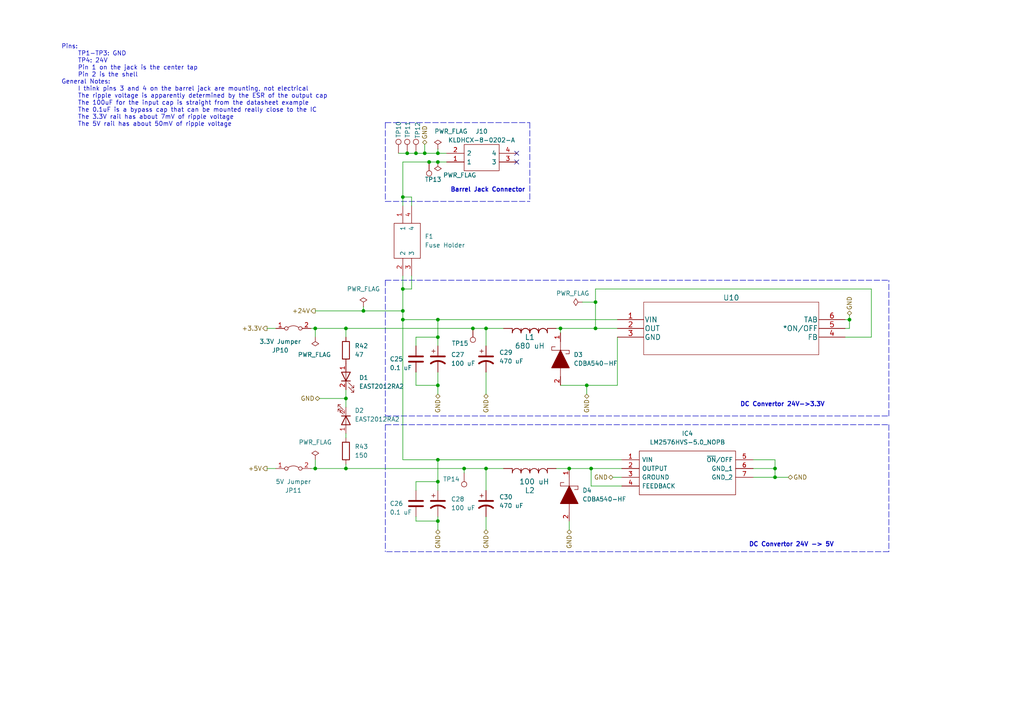
<source format=kicad_sch>
(kicad_sch (version 20211123) (generator eeschema)

  (uuid 95ca51ef-a9f1-443d-8daa-a518c541ffc3)

  (paper "A4")

  (title_block
    (title "Power Supply Subsystem")
    (company "The Great Gambit")
  )

  (lib_symbols
    (symbol "3588:3588" (pin_names (offset 0.762)) (in_bom yes) (on_board yes)
      (property "Reference" "F" (id 0) (at 16.51 7.62 0)
        (effects (font (size 1.27 1.27)) (justify left))
      )
      (property "Value" "3588" (id 1) (at 16.51 5.08 0)
        (effects (font (size 1.27 1.27)) (justify left))
      )
      (property "Footprint" "3588" (id 2) (at 16.51 2.54 0)
        (effects (font (size 1.27 1.27)) (justify left) hide)
      )
      (property "Datasheet" "http://www.keyelco.com/product-pdf.cfm?p=311" (id 3) (at 16.51 0 0)
        (effects (font (size 1.27 1.27)) (justify left) hide)
      )
      (property "Description" "Fuse Holder SMT MINI FUSE HOLDER .630 X .290" (id 4) (at 16.51 -2.54 0)
        (effects (font (size 1.27 1.27)) (justify left) hide)
      )
      (property "Height" "8.12" (id 5) (at 16.51 -5.08 0)
        (effects (font (size 1.27 1.27)) (justify left) hide)
      )
      (property "Mouser Part Number" "534-3588" (id 6) (at 16.51 -7.62 0)
        (effects (font (size 1.27 1.27)) (justify left) hide)
      )
      (property "Mouser Price/Stock" "https://www.mouser.co.uk/ProductDetail/Keystone-Electronics/3588?qs=%2F%252BPMR94VuMZoVX%252BPrVg9MA%3D%3D" (id 7) (at 16.51 -10.16 0)
        (effects (font (size 1.27 1.27)) (justify left) hide)
      )
      (property "Manufacturer_Name" "Keystone Electronics" (id 8) (at 16.51 -12.7 0)
        (effects (font (size 1.27 1.27)) (justify left) hide)
      )
      (property "Manufacturer_Part_Number" "3588" (id 9) (at 16.51 -15.24 0)
        (effects (font (size 1.27 1.27)) (justify left) hide)
      )
      (property "ki_description" "Fuse Holder SMT MINI FUSE HOLDER .630 X .290" (id 10) (at 0 0 0)
        (effects (font (size 1.27 1.27)) hide)
      )
      (symbol "3588_0_0"
        (pin passive line (at 0 -2.54 0) (length 5.08)
          (name "1" (effects (font (size 1.27 1.27))))
          (number "1" (effects (font (size 1.27 1.27))))
        )
        (pin passive line (at 20.32 -2.54 180) (length 5.08)
          (name "2" (effects (font (size 1.27 1.27))))
          (number "2" (effects (font (size 1.27 1.27))))
        )
        (pin passive line (at 20.32 0 180) (length 5.08)
          (name "3" (effects (font (size 1.27 1.27))))
          (number "3" (effects (font (size 1.27 1.27))))
        )
        (pin passive line (at 0 0 0) (length 5.08)
          (name "4" (effects (font (size 1.27 1.27))))
          (number "4" (effects (font (size 1.27 1.27))))
        )
      )
      (symbol "3588_0_1"
        (polyline
          (pts
            (xy 5.08 2.54)
            (xy 15.24 2.54)
            (xy 15.24 -5.08)
            (xy 5.08 -5.08)
            (xy 5.08 2.54)
          )
          (stroke (width 0.1524) (type default) (color 0 0 0 0))
          (fill (type none))
        )
      )
    )
    (symbol "CDBA540-HF:CDBA540-HF" (pin_names (offset 0.762)) (in_bom yes) (on_board yes)
      (property "Reference" "D" (id 0) (at 12.7 8.89 0)
        (effects (font (size 1.27 1.27)) (justify left))
      )
      (property "Value" "CDBA540-HF" (id 1) (at 12.7 6.35 0)
        (effects (font (size 1.27 1.27)) (justify left))
      )
      (property "Footprint" "DIOM5225X250N" (id 2) (at 12.7 3.81 0)
        (effects (font (size 1.27 1.27)) (justify left) hide)
      )
      (property "Datasheet" "https://datasheet.datasheetarchive.com/originals/distributors/DKDS-12/228866.pdf" (id 3) (at 12.7 1.27 0)
        (effects (font (size 1.27 1.27)) (justify left) hide)
      )
      (property "Description" "Schottky Diodes & Rectifiers 40V, 5A" (id 4) (at 12.7 -1.27 0)
        (effects (font (size 1.27 1.27)) (justify left) hide)
      )
      (property "Height" "2.5" (id 5) (at 12.7 -3.81 0)
        (effects (font (size 1.27 1.27)) (justify left) hide)
      )
      (property "Mouser Part Number" "750-CDBA540-HF" (id 6) (at 12.7 -6.35 0)
        (effects (font (size 1.27 1.27)) (justify left) hide)
      )
      (property "Mouser Price/Stock" "https://www.mouser.co.uk/ProductDetail/Comchip-Technology/CDBA540-HF?qs=XEIV%2Fho1H6f2kHo2SATLRw%3D%3D" (id 7) (at 12.7 -8.89 0)
        (effects (font (size 1.27 1.27)) (justify left) hide)
      )
      (property "Manufacturer_Name" "Comchip Technology" (id 8) (at 12.7 -11.43 0)
        (effects (font (size 1.27 1.27)) (justify left) hide)
      )
      (property "Manufacturer_Part_Number" "CDBA540-HF" (id 9) (at 12.7 -13.97 0)
        (effects (font (size 1.27 1.27)) (justify left) hide)
      )
      (property "ki_description" "Schottky Diodes & Rectifiers 40V, 5A" (id 10) (at 0 0 0)
        (effects (font (size 1.27 1.27)) hide)
      )
      (symbol "CDBA540-HF_0_0"
        (pin passive line (at 2.54 0 0) (length 2.54)
          (name "~" (effects (font (size 1.27 1.27))))
          (number "1" (effects (font (size 1.27 1.27))))
        )
        (pin passive line (at 17.78 0 180) (length 2.54)
          (name "~" (effects (font (size 1.27 1.27))))
          (number "2" (effects (font (size 1.27 1.27))))
        )
      )
      (symbol "CDBA540-HF_0_1"
        (polyline
          (pts
            (xy 5.08 0)
            (xy 7.62 0)
          )
          (stroke (width 0.1524) (type default) (color 0 0 0 0))
          (fill (type none))
        )
        (polyline
          (pts
            (xy 7.62 2.54)
            (xy 7.62 -2.54)
          )
          (stroke (width 0.1524) (type default) (color 0 0 0 0))
          (fill (type none))
        )
        (polyline
          (pts
            (xy 12.7 0)
            (xy 15.24 0)
          )
          (stroke (width 0.1524) (type default) (color 0 0 0 0))
          (fill (type none))
        )
        (polyline
          (pts
            (xy 7.62 -2.54)
            (xy 6.604 -2.54)
            (xy 6.604 -1.524)
          )
          (stroke (width 0.1524) (type default) (color 0 0 0 0))
          (fill (type none))
        )
        (polyline
          (pts
            (xy 7.62 2.54)
            (xy 8.636 2.54)
            (xy 8.636 1.524)
          )
          (stroke (width 0.1524) (type default) (color 0 0 0 0))
          (fill (type none))
        )
        (polyline
          (pts
            (xy 7.62 0)
            (xy 12.7 2.54)
            (xy 12.7 -2.54)
            (xy 7.62 0)
          )
          (stroke (width 0.254) (type default) (color 0 0 0 0))
          (fill (type outline))
        )
      )
    )
    (symbol "Connector:TestPoint" (pin_numbers hide) (pin_names (offset 0.762) hide) (in_bom yes) (on_board yes)
      (property "Reference" "TP" (id 0) (at 0 6.858 0)
        (effects (font (size 1.27 1.27)))
      )
      (property "Value" "TestPoint" (id 1) (at 0 5.08 0)
        (effects (font (size 1.27 1.27)))
      )
      (property "Footprint" "" (id 2) (at 5.08 0 0)
        (effects (font (size 1.27 1.27)) hide)
      )
      (property "Datasheet" "~" (id 3) (at 5.08 0 0)
        (effects (font (size 1.27 1.27)) hide)
      )
      (property "ki_keywords" "test point tp" (id 4) (at 0 0 0)
        (effects (font (size 1.27 1.27)) hide)
      )
      (property "ki_description" "test point" (id 5) (at 0 0 0)
        (effects (font (size 1.27 1.27)) hide)
      )
      (property "ki_fp_filters" "Pin* Test*" (id 6) (at 0 0 0)
        (effects (font (size 1.27 1.27)) hide)
      )
      (symbol "TestPoint_0_1"
        (circle (center 0 3.302) (radius 0.762)
          (stroke (width 0) (type default) (color 0 0 0 0))
          (fill (type none))
        )
      )
      (symbol "TestPoint_1_1"
        (pin passive line (at 0 0 90) (length 2.54)
          (name "1" (effects (font (size 1.27 1.27))))
          (number "1" (effects (font (size 1.27 1.27))))
        )
      )
    )
    (symbol "Device:C" (pin_numbers hide) (pin_names (offset 0.254)) (in_bom yes) (on_board yes)
      (property "Reference" "C" (id 0) (at 0.635 2.54 0)
        (effects (font (size 1.27 1.27)) (justify left))
      )
      (property "Value" "C" (id 1) (at 0.635 -2.54 0)
        (effects (font (size 1.27 1.27)) (justify left))
      )
      (property "Footprint" "" (id 2) (at 0.9652 -3.81 0)
        (effects (font (size 1.27 1.27)) hide)
      )
      (property "Datasheet" "~" (id 3) (at 0 0 0)
        (effects (font (size 1.27 1.27)) hide)
      )
      (property "ki_keywords" "cap capacitor" (id 4) (at 0 0 0)
        (effects (font (size 1.27 1.27)) hide)
      )
      (property "ki_description" "Unpolarized capacitor" (id 5) (at 0 0 0)
        (effects (font (size 1.27 1.27)) hide)
      )
      (property "ki_fp_filters" "C_*" (id 6) (at 0 0 0)
        (effects (font (size 1.27 1.27)) hide)
      )
      (symbol "C_0_1"
        (polyline
          (pts
            (xy -2.032 -0.762)
            (xy 2.032 -0.762)
          )
          (stroke (width 0.508) (type default) (color 0 0 0 0))
          (fill (type none))
        )
        (polyline
          (pts
            (xy -2.032 0.762)
            (xy 2.032 0.762)
          )
          (stroke (width 0.508) (type default) (color 0 0 0 0))
          (fill (type none))
        )
      )
      (symbol "C_1_1"
        (pin passive line (at 0 3.81 270) (length 2.794)
          (name "~" (effects (font (size 1.27 1.27))))
          (number "1" (effects (font (size 1.27 1.27))))
        )
        (pin passive line (at 0 -3.81 90) (length 2.794)
          (name "~" (effects (font (size 1.27 1.27))))
          (number "2" (effects (font (size 1.27 1.27))))
        )
      )
    )
    (symbol "Device:C_Polarized_US" (pin_numbers hide) (pin_names (offset 0.254) hide) (in_bom yes) (on_board yes)
      (property "Reference" "C" (id 0) (at 0.635 2.54 0)
        (effects (font (size 1.27 1.27)) (justify left))
      )
      (property "Value" "C_Polarized_US" (id 1) (at 0.635 -2.54 0)
        (effects (font (size 1.27 1.27)) (justify left))
      )
      (property "Footprint" "" (id 2) (at 0 0 0)
        (effects (font (size 1.27 1.27)) hide)
      )
      (property "Datasheet" "~" (id 3) (at 0 0 0)
        (effects (font (size 1.27 1.27)) hide)
      )
      (property "ki_keywords" "cap capacitor" (id 4) (at 0 0 0)
        (effects (font (size 1.27 1.27)) hide)
      )
      (property "ki_description" "Polarized capacitor, US symbol" (id 5) (at 0 0 0)
        (effects (font (size 1.27 1.27)) hide)
      )
      (property "ki_fp_filters" "CP_*" (id 6) (at 0 0 0)
        (effects (font (size 1.27 1.27)) hide)
      )
      (symbol "C_Polarized_US_0_1"
        (polyline
          (pts
            (xy -2.032 0.762)
            (xy 2.032 0.762)
          )
          (stroke (width 0.508) (type default) (color 0 0 0 0))
          (fill (type none))
        )
        (polyline
          (pts
            (xy -1.778 2.286)
            (xy -0.762 2.286)
          )
          (stroke (width 0) (type default) (color 0 0 0 0))
          (fill (type none))
        )
        (polyline
          (pts
            (xy -1.27 1.778)
            (xy -1.27 2.794)
          )
          (stroke (width 0) (type default) (color 0 0 0 0))
          (fill (type none))
        )
        (arc (start 2.032 -1.27) (mid 0 -0.5572) (end -2.032 -1.27)
          (stroke (width 0.508) (type default) (color 0 0 0 0))
          (fill (type none))
        )
      )
      (symbol "C_Polarized_US_1_1"
        (pin passive line (at 0 3.81 270) (length 2.794)
          (name "~" (effects (font (size 1.27 1.27))))
          (number "1" (effects (font (size 1.27 1.27))))
        )
        (pin passive line (at 0 -3.81 90) (length 3.302)
          (name "~" (effects (font (size 1.27 1.27))))
          (number "2" (effects (font (size 1.27 1.27))))
        )
      )
    )
    (symbol "Device:R" (pin_numbers hide) (pin_names (offset 0)) (in_bom yes) (on_board yes)
      (property "Reference" "R" (id 0) (at 2.032 0 90)
        (effects (font (size 1.27 1.27)))
      )
      (property "Value" "R" (id 1) (at 0 0 90)
        (effects (font (size 1.27 1.27)))
      )
      (property "Footprint" "" (id 2) (at -1.778 0 90)
        (effects (font (size 1.27 1.27)) hide)
      )
      (property "Datasheet" "~" (id 3) (at 0 0 0)
        (effects (font (size 1.27 1.27)) hide)
      )
      (property "ki_keywords" "R res resistor" (id 4) (at 0 0 0)
        (effects (font (size 1.27 1.27)) hide)
      )
      (property "ki_description" "Resistor" (id 5) (at 0 0 0)
        (effects (font (size 1.27 1.27)) hide)
      )
      (property "ki_fp_filters" "R_*" (id 6) (at 0 0 0)
        (effects (font (size 1.27 1.27)) hide)
      )
      (symbol "R_0_1"
        (rectangle (start -1.016 -2.54) (end 1.016 2.54)
          (stroke (width 0.254) (type default) (color 0 0 0 0))
          (fill (type none))
        )
      )
      (symbol "R_1_1"
        (pin passive line (at 0 3.81 270) (length 1.27)
          (name "~" (effects (font (size 1.27 1.27))))
          (number "1" (effects (font (size 1.27 1.27))))
        )
        (pin passive line (at 0 -3.81 90) (length 1.27)
          (name "~" (effects (font (size 1.27 1.27))))
          (number "2" (effects (font (size 1.27 1.27))))
        )
      )
    )
    (symbol "EAST2012RA2:EAST2012RA2" (in_bom yes) (on_board yes)
      (property "Reference" "D" (id 0) (at 0 3.81 0)
        (effects (font (size 1.27 1.27)))
      )
      (property "Value" "EAST2012RA2" (id 1) (at 0 -3.81 0)
        (effects (font (size 1.27 1.27)))
      )
      (property "Footprint" "EAST2012RA2:EAST2012RA2" (id 2) (at 0 0 0)
        (effects (font (size 1.27 1.27)) hide)
      )
      (property "Datasheet" "https://everlightamericas.com/index.php?controller=attachment&id_attachment=1048" (id 3) (at 0 0 0)
        (effects (font (size 1.27 1.27)) hide)
      )
      (property "Manufacturers Part Number" "EAST2012RA2" (id 4) (at 0 0 0)
        (effects (font (size 1.27 1.27)) hide)
      )
      (property "Digikey Part Number" "1080-EAST2012RA2CT-ND" (id 5) (at 0 0 0)
        (effects (font (size 1.27 1.27)) hide)
      )
      (property "Mouser Part Number" "" (id 6) (at 0 0 0)
        (effects (font (size 1.27 1.27)) hide)
      )
      (property "Digikey Link" "https://www.digikey.com/en/products/detail/everlight-electronics-co-ltd/EAST2012RA2/11200793" (id 7) (at 0 0 0)
        (effects (font (size 1.27 1.27)) hide)
      )
      (property "Mouser Link" "" (id 8) (at 0 0 0)
        (effects (font (size 1.27 1.27)) hide)
      )
      (symbol "EAST2012RA2_0_1"
        (polyline
          (pts
            (xy -1.27 -1.27)
            (xy -1.27 1.27)
          )
          (stroke (width 0.254) (type default) (color 0 0 0 0))
          (fill (type none))
        )
        (polyline
          (pts
            (xy -1.27 0)
            (xy 1.27 0)
          )
          (stroke (width 0) (type default) (color 0 0 0 0))
          (fill (type none))
        )
        (polyline
          (pts
            (xy 1.27 -1.27)
            (xy 1.27 1.27)
            (xy -1.27 0)
            (xy 1.27 -1.27)
          )
          (stroke (width 0.254) (type default) (color 0 0 0 0))
          (fill (type none))
        )
        (polyline
          (pts
            (xy -3.048 -0.762)
            (xy -4.572 -2.286)
            (xy -3.81 -2.286)
            (xy -4.572 -2.286)
            (xy -4.572 -1.524)
          )
          (stroke (width 0) (type default) (color 0 0 0 0))
          (fill (type none))
        )
        (polyline
          (pts
            (xy -1.778 -0.762)
            (xy -3.302 -2.286)
            (xy -2.54 -2.286)
            (xy -3.302 -2.286)
            (xy -3.302 -1.524)
          )
          (stroke (width 0) (type default) (color 0 0 0 0))
          (fill (type none))
        )
      )
      (symbol "EAST2012RA2_1_1"
        (pin passive line (at 3.81 0 180) (length 2.54)
          (name "" (effects (font (size 1.27 1.27))))
          (number "1" (effects (font (size 1.27 1.27))))
        )
        (pin passive line (at -3.81 0 0) (length 2.54)
          (name "" (effects (font (size 1.27 1.27))))
          (number "2" (effects (font (size 1.27 1.27))))
        )
      )
    )
    (symbol "Jumper:Jumper_2_Bridged" (pin_names (offset 0) hide) (in_bom yes) (on_board yes)
      (property "Reference" "JP" (id 0) (at 0 1.905 0)
        (effects (font (size 1.27 1.27)))
      )
      (property "Value" "Jumper_2_Bridged" (id 1) (at 0 -2.54 0)
        (effects (font (size 1.27 1.27)))
      )
      (property "Footprint" "" (id 2) (at 0 0 0)
        (effects (font (size 1.27 1.27)) hide)
      )
      (property "Datasheet" "~" (id 3) (at 0 0 0)
        (effects (font (size 1.27 1.27)) hide)
      )
      (property "ki_keywords" "Jumper SPST" (id 4) (at 0 0 0)
        (effects (font (size 1.27 1.27)) hide)
      )
      (property "ki_description" "Jumper, 2-pole, closed/bridged" (id 5) (at 0 0 0)
        (effects (font (size 1.27 1.27)) hide)
      )
      (property "ki_fp_filters" "Jumper* TestPoint*2Pads* TestPoint*Bridge*" (id 6) (at 0 0 0)
        (effects (font (size 1.27 1.27)) hide)
      )
      (symbol "Jumper_2_Bridged_0_0"
        (circle (center -2.032 0) (radius 0.508)
          (stroke (width 0) (type default) (color 0 0 0 0))
          (fill (type none))
        )
        (circle (center 2.032 0) (radius 0.508)
          (stroke (width 0) (type default) (color 0 0 0 0))
          (fill (type none))
        )
      )
      (symbol "Jumper_2_Bridged_0_1"
        (arc (start 1.524 0.254) (mid 0 0.762) (end -1.524 0.254)
          (stroke (width 0) (type default) (color 0 0 0 0))
          (fill (type none))
        )
      )
      (symbol "Jumper_2_Bridged_1_1"
        (pin passive line (at -5.08 0 0) (length 2.54)
          (name "A" (effects (font (size 1.27 1.27))))
          (number "1" (effects (font (size 1.27 1.27))))
        )
        (pin passive line (at 5.08 0 180) (length 2.54)
          (name "B" (effects (font (size 1.27 1.27))))
          (number "2" (effects (font (size 1.27 1.27))))
        )
      )
    )
    (symbol "KLDHCX-8-0202-A:KLDHCX-8-0202-A" (pin_names (offset 0.762)) (in_bom yes) (on_board yes)
      (property "Reference" "J" (id 0) (at 16.51 7.62 0)
        (effects (font (size 1.27 1.27)) (justify left))
      )
      (property "Value" "KLDHCX-8-0202-A" (id 1) (at 16.51 5.08 0)
        (effects (font (size 1.27 1.27)) (justify left))
      )
      (property "Footprint" "KLDHCX80202A" (id 2) (at 16.51 2.54 0)
        (effects (font (size 1.27 1.27)) (justify left) hide)
      )
      (property "Datasheet" "https://media.digikey.com/pdf/Data%20Sheets/Kycon%20PDFs/KLDHCX-8-0202-x.pdf" (id 3) (at 16.51 0 0)
        (effects (font (size 1.27 1.27)) (justify left) hide)
      )
      (property "Manufacturer's Part Number" "KLDHCX-8-0202-A" (id 4) (at 16.51 -15.24 0)
        (effects (font (size 1.27 1.27)) (justify left) hide)
      )
      (property "Digikey Part Number" "2092-KLDHCX-8-0202-A-ND" (id 5) (at 0 0 0)
        (effects (font (size 1.27 1.27)) hide)
      )
      (property "Mouser Part Number" "806-KLDHCX-8-0202-A" (id 6) (at 16.51 -7.62 0)
        (effects (font (size 1.27 1.27)) (justify left) hide)
      )
      (property "Digikey link" "https://www.digikey.com/en/products/detail/kycon-inc/KLDHCX-8-0202-A/9990102" (id 7) (at 0 0 0)
        (effects (font (size 1.27 1.27)) hide)
      )
      (property "Mouser link" "https://www.mouser.com/ProductDetail/Kycon/KLDHCX-8-0202-A?qs=8jfIC9vqKDumIG1oGh6fxg%3D%3D" (id 8) (at 0 0 0)
        (effects (font (size 1.27 1.27)) hide)
      )
      (property "ki_description" "CONN PWR JACK 2.1X5.5MM SOLDER" (id 9) (at 0 0 0)
        (effects (font (size 1.27 1.27)) hide)
      )
      (symbol "KLDHCX-8-0202-A_0_0"
        (pin passive line (at 0 0 0) (length 5.08)
          (name "1" (effects (font (size 1.27 1.27))))
          (number "1" (effects (font (size 1.27 1.27))))
        )
        (pin passive line (at 0 -2.54 0) (length 5.08)
          (name "2" (effects (font (size 1.27 1.27))))
          (number "2" (effects (font (size 1.27 1.27))))
        )
        (pin passive line (at 20.32 0 180) (length 5.08)
          (name "3" (effects (font (size 1.27 1.27))))
          (number "3" (effects (font (size 1.27 1.27))))
        )
        (pin passive line (at 20.32 -2.54 180) (length 5.08)
          (name "4" (effects (font (size 1.27 1.27))))
          (number "4" (effects (font (size 1.27 1.27))))
        )
      )
      (symbol "KLDHCX-8-0202-A_0_1"
        (polyline
          (pts
            (xy 5.08 2.54)
            (xy 15.24 2.54)
            (xy 15.24 -5.08)
            (xy 5.08 -5.08)
            (xy 5.08 2.54)
          )
          (stroke (width 0.1524) (type default) (color 0 0 0 0))
          (fill (type none))
        )
      )
    )
    (symbol "LM25766HVS-5.0_NOPB:LM2576HVS-5.0_NOPB" (pin_names (offset 0.762)) (in_bom yes) (on_board yes)
      (property "Reference" "IC" (id 0) (at 34.29 7.62 0)
        (effects (font (size 1.27 1.27)) (justify left))
      )
      (property "Value" "LM2576HVS-5.0_NOPB" (id 1) (at 34.29 5.08 0)
        (effects (font (size 1.27 1.27)) (justify left))
      )
      (property "Footprint" "LM2576HVS50NOPB" (id 2) (at 34.29 2.54 0)
        (effects (font (size 1.27 1.27)) (justify left) hide)
      )
      (property "Datasheet" "https://www.ti.com/lit/ds/symlink/lm2576hv.pdf?HQS=dis-dk-null-digikeymode-dsf-pf-null-wwe&ts=1623300662599" (id 3) (at 34.29 0 0)
        (effects (font (size 1.27 1.27)) (justify left) hide)
      )
      (property "Description" "Switching Voltage Regulators 3A STEP-DOWN VLTG REG" (id 4) (at 34.29 -2.54 0)
        (effects (font (size 1.27 1.27)) (justify left) hide)
      )
      (property "Height" "4.65" (id 5) (at 34.29 -5.08 0)
        (effects (font (size 1.27 1.27)) (justify left) hide)
      )
      (property "Mouser Part Number" "926-LM2576HVS5.0NOPB" (id 6) (at 34.29 -7.62 0)
        (effects (font (size 1.27 1.27)) (justify left) hide)
      )
      (property "Mouser Price/Stock" "https://www.mouser.co.uk/ProductDetail/Texas-Instruments/LM2576HVS-5.0-NOPB?qs=X1J7HmVL2ZHJEgTkAH3ZCg%3D%3D" (id 7) (at 34.29 -10.16 0)
        (effects (font (size 1.27 1.27)) (justify left) hide)
      )
      (property "Manufacturer_Name" "Texas Instruments" (id 8) (at 34.29 -12.7 0)
        (effects (font (size 1.27 1.27)) (justify left) hide)
      )
      (property "Manufacturer_Part_Number" "LM2576HVS-5.0/NOPB" (id 9) (at 34.29 -15.24 0)
        (effects (font (size 1.27 1.27)) (justify left) hide)
      )
      (property "ki_description" "Switching Voltage Regulators 3A STEP-DOWN VLTG REG" (id 10) (at 0 0 0)
        (effects (font (size 1.27 1.27)) hide)
      )
      (symbol "LM2576HVS-5.0_NOPB_0_0"
        (pin passive line (at 0 0 0) (length 5.08)
          (name "VIN" (effects (font (size 1.27 1.27))))
          (number "1" (effects (font (size 1.27 1.27))))
        )
        (pin passive line (at 0 -2.54 0) (length 5.08)
          (name "OUTPUT" (effects (font (size 1.27 1.27))))
          (number "2" (effects (font (size 1.27 1.27))))
        )
        (pin passive line (at 0 -5.08 0) (length 5.08)
          (name "GROUND" (effects (font (size 1.27 1.27))))
          (number "3" (effects (font (size 1.27 1.27))))
        )
        (pin passive line (at 0 -7.62 0) (length 5.08)
          (name "FEEDBACK" (effects (font (size 1.27 1.27))))
          (number "4" (effects (font (size 1.27 1.27))))
        )
        (pin passive line (at 38.1 0 180) (length 5.08)
          (name "~{ON}/OFF" (effects (font (size 1.27 1.27))))
          (number "5" (effects (font (size 1.27 1.27))))
        )
        (pin passive line (at 38.1 -2.54 180) (length 5.08)
          (name "GND_1" (effects (font (size 1.27 1.27))))
          (number "6" (effects (font (size 1.27 1.27))))
        )
        (pin passive line (at 38.1 -5.08 180) (length 5.08)
          (name "GND_2" (effects (font (size 1.27 1.27))))
          (number "7" (effects (font (size 1.27 1.27))))
        )
      )
      (symbol "LM2576HVS-5.0_NOPB_0_1"
        (polyline
          (pts
            (xy 5.08 2.54)
            (xy 33.02 2.54)
            (xy 33.02 -10.16)
            (xy 5.08 -10.16)
            (xy 5.08 2.54)
          )
          (stroke (width 0.1524) (type default) (color 0 0 0 0))
          (fill (type none))
        )
      )
    )
    (symbol "LM2576SX-3.3-NOPB:LM2576SX-3.3-NOPB" (pin_names (offset 0.254)) (in_bom yes) (on_board yes)
      (property "Reference" "U" (id 0) (at 33.02 10.16 0)
        (effects (font (size 1.524 1.524)))
      )
      (property "Value" "LM2576SX-3.3-NOPB" (id 1) (at 33.02 7.62 0)
        (effects (font (size 1.524 1.524)))
      )
      (property "Footprint" "LM2576SX-3.3-NOPB:LM2576SX-3.3-NOPB" (id 2) (at 33.02 6.096 0)
        (effects (font (size 1.524 1.524)) hide)
      )
      (property "Datasheet" "https://www.ti.com/general/docs/suppproductinfo.tsp?distId=26&gotoUrl=https://www.ti.com/lit/gpn/lm2576hv" (id 3) (at 0 0 0)
        (effects (font (size 1.524 1.524)))
      )
      (property "Manufacturer's Part Number" "LM2576SX-3.3/NOPB" (id 4) (at 0 0 0)
        (effects (font (size 1.27 1.27)))
      )
      (property "Digikey Part Number" "LM2576SX-3.3/NOPBCT-ND" (id 5) (at 0 0 0)
        (effects (font (size 1.27 1.27)))
      )
      (property "Mouser Part Number" "926-LM2576SX33NOPB" (id 6) (at 0 0 0)
        (effects (font (size 1.27 1.27)))
      )
      (property "Digikey link" "https://www.digikey.com/en/products/detail/texas-instruments/LM2576SX-3-3-NOPB/366792" (id 7) (at 0 0 0)
        (effects (font (size 1.27 1.27)))
      )
      (property "Mouser link" "https://www.mouser.com/ProductDetail/Texas-Instruments/LM2576SX-3.3-NOPB?qs=X1J7HmVL2ZFzojdYFRsjwg%3D%3D" (id 8) (at 0 0 0)
        (effects (font (size 1.27 1.27)))
      )
      (property "ki_fp_filters" "TS5B_TEX TS5B_TEX-M TS5B_TEX-L" (id 9) (at 0 0 0)
        (effects (font (size 1.27 1.27)) hide)
      )
      (symbol "LM2576SX-3.3-NOPB_1_1"
        (polyline
          (pts
            (xy 7.62 -10.16)
            (xy 58.42 -10.16)
          )
          (stroke (width 0.127) (type default) (color 0 0 0 0))
          (fill (type none))
        )
        (polyline
          (pts
            (xy 7.62 5.08)
            (xy 7.62 -10.16)
          )
          (stroke (width 0.127) (type default) (color 0 0 0 0))
          (fill (type none))
        )
        (polyline
          (pts
            (xy 58.42 -10.16)
            (xy 58.42 5.08)
          )
          (stroke (width 0.127) (type default) (color 0 0 0 0))
          (fill (type none))
        )
        (polyline
          (pts
            (xy 58.42 5.08)
            (xy 7.62 5.08)
          )
          (stroke (width 0.127) (type default) (color 0 0 0 0))
          (fill (type none))
        )
        (pin power_in line (at 0 0 0) (length 7.62)
          (name "VIN" (effects (font (size 1.4986 1.4986))))
          (number "1" (effects (font (size 1.4986 1.4986))))
        )
        (pin power_in line (at 0 -2.54 0) (length 7.62)
          (name "OUT" (effects (font (size 1.4986 1.4986))))
          (number "2" (effects (font (size 1.4986 1.4986))))
        )
        (pin power_in line (at 0 -5.08 0) (length 7.62)
          (name "GND" (effects (font (size 1.4986 1.4986))))
          (number "3" (effects (font (size 1.4986 1.4986))))
        )
        (pin input line (at 66.04 -5.08 180) (length 7.62)
          (name "FB" (effects (font (size 1.4986 1.4986))))
          (number "4" (effects (font (size 1.4986 1.4986))))
        )
        (pin input line (at 66.04 -2.54 180) (length 7.62)
          (name "*ON/OFF" (effects (font (size 1.4986 1.4986))))
          (number "5" (effects (font (size 1.4986 1.4986))))
        )
        (pin power_in line (at 66.04 0 180) (length 7.62)
          (name "TAB" (effects (font (size 1.4986 1.4986))))
          (number "6" (effects (font (size 1.4986 1.4986))))
        )
      )
    )
    (symbol "PA4344-104NLT:PA4344.104NLT" (pin_numbers hide) (pin_names (offset 1.651) hide) (in_bom yes) (on_board yes)
      (property "Reference" "L" (id 0) (at 6.985 5.08 0)
        (effects (font (size 1.524 1.524)))
      )
      (property "Value" "PA4344.104NLT" (id 1) (at 6.985 -5.715 0)
        (effects (font (size 1.524 1.524)))
      )
      (property "Footprint" "PA4344-104NLT:PA4344.104NLT" (id 2) (at 6.985 -7.239 0)
        (effects (font (size 1.524 1.524)) hide)
      )
      (property "Datasheet" "" (id 3) (at 0 0 0)
        (effects (font (size 1.524 1.524)))
      )
      (property "ki_fp_filters" "IND_44.104NLT_PUL IND_44.104NLT_PUL-M IND_44.104NLT_PUL-L" (id 4) (at 0 0 0)
        (effects (font (size 1.27 1.27)) hide)
      )
      (symbol "PA4344.104NLT_1_1"
        (polyline
          (pts
            (xy 2.54 0)
            (xy 2.54 1.27)
          )
          (stroke (width 0.2032) (type default) (color 0 0 0 0))
          (fill (type none))
        )
        (polyline
          (pts
            (xy 5.08 0)
            (xy 5.08 1.27)
          )
          (stroke (width 0.2032) (type default) (color 0 0 0 0))
          (fill (type none))
        )
        (polyline
          (pts
            (xy 7.62 0)
            (xy 7.62 1.27)
          )
          (stroke (width 0.2032) (type default) (color 0 0 0 0))
          (fill (type none))
        )
        (polyline
          (pts
            (xy 10.16 0)
            (xy 10.16 1.27)
          )
          (stroke (width 0.2032) (type default) (color 0 0 0 0))
          (fill (type none))
        )
        (polyline
          (pts
            (xy 12.7 0)
            (xy 12.7 1.27)
          )
          (stroke (width 0.2032) (type default) (color 0 0 0 0))
          (fill (type none))
        )
        (arc (start 2.54 1.27) (mid 3.81 0) (end 5.08 1.27)
          (stroke (width 0.2032) (type default) (color 0 0 0 0))
          (fill (type none))
        )
        (arc (start 5.08 1.27) (mid 6.35 0) (end 7.62 1.27)
          (stroke (width 0.2032) (type default) (color 0 0 0 0))
          (fill (type none))
        )
        (arc (start 7.62 1.27) (mid 8.89 0) (end 10.16 1.27)
          (stroke (width 0.2032) (type default) (color 0 0 0 0))
          (fill (type none))
        )
        (arc (start 10.16 1.27) (mid 11.43 0) (end 12.7 1.27)
          (stroke (width 0.2032) (type default) (color 0 0 0 0))
          (fill (type none))
        )
        (pin passive line (at 15.24 0 180) (length 2.54)
          (name "1" (effects (font (size 1.4986 1.4986))))
          (number "1" (effects (font (size 1.4986 1.4986))))
        )
        (pin passive line (at 0 0 0) (length 2.54)
          (name "2" (effects (font (size 1.4986 1.4986))))
          (number "2" (effects (font (size 1.4986 1.4986))))
        )
      )
    )
    (symbol "SRR1210-681M:SRR1210-681M" (pin_numbers hide) (pin_names (offset 1.651) hide) (in_bom yes) (on_board yes)
      (property "Reference" "L" (id 0) (at 6.985 5.08 0)
        (effects (font (size 1.524 1.524)))
      )
      (property "Value" "SRR1210-681M" (id 1) (at 6.985 -5.715 0)
        (effects (font (size 1.524 1.524)))
      )
      (property "Footprint" "SRR1210-681M:SRR1210-681M" (id 2) (at 6.985 -7.239 0)
        (effects (font (size 1.524 1.524)) hide)
      )
      (property "Datasheet" "https://www.bourns.com/docs/Product-Datasheets/SRR1210.pdf" (id 3) (at 0 0 0)
        (effects (font (size 1.524 1.524)) hide)
      )
      (property "Manufacturers Part Number" "SRR1210-681M" (id 4) (at 0 0 0)
        (effects (font (size 1.27 1.27)) hide)
      )
      (property "Digikey Part Number" "SRR1210-681MCT-ND" (id 5) (at 0 0 0)
        (effects (font (size 1.27 1.27)) hide)
      )
      (property "Mouser Part Number" "" (id 6) (at 0 0 0)
        (effects (font (size 1.27 1.27)) hide)
      )
      (property "Digikey Link" "https://www.digikey.com/en/products/detail/bourns-inc/SRR1210-681M/2562365" (id 7) (at 0 0 0)
        (effects (font (size 1.27 1.27)) hide)
      )
      (property "ki_fp_filters" "IND_BOURNS_SRR1210" (id 8) (at 0 0 0)
        (effects (font (size 1.27 1.27)) hide)
      )
      (symbol "SRR1210-681M_1_1"
        (polyline
          (pts
            (xy 2.54 0)
            (xy 2.54 1.27)
          )
          (stroke (width 0.2032) (type default) (color 0 0 0 0))
          (fill (type none))
        )
        (polyline
          (pts
            (xy 5.08 0)
            (xy 5.08 1.27)
          )
          (stroke (width 0.2032) (type default) (color 0 0 0 0))
          (fill (type none))
        )
        (polyline
          (pts
            (xy 7.62 0)
            (xy 7.62 1.27)
          )
          (stroke (width 0.2032) (type default) (color 0 0 0 0))
          (fill (type none))
        )
        (polyline
          (pts
            (xy 10.16 0)
            (xy 10.16 1.27)
          )
          (stroke (width 0.2032) (type default) (color 0 0 0 0))
          (fill (type none))
        )
        (polyline
          (pts
            (xy 12.7 0)
            (xy 12.7 1.27)
          )
          (stroke (width 0.2032) (type default) (color 0 0 0 0))
          (fill (type none))
        )
        (arc (start 2.54 1.27) (mid 3.81 0) (end 5.08 1.27)
          (stroke (width 0.254) (type default) (color 0 0 0 0))
          (fill (type none))
        )
        (arc (start 5.08 1.27) (mid 6.35 0) (end 7.62 1.27)
          (stroke (width 0.254) (type default) (color 0 0 0 0))
          (fill (type none))
        )
        (arc (start 7.62 1.27) (mid 8.89 0) (end 10.16 1.27)
          (stroke (width 0.254) (type default) (color 0 0 0 0))
          (fill (type none))
        )
        (arc (start 10.16 1.27) (mid 11.43 0) (end 12.7 1.27)
          (stroke (width 0.254) (type default) (color 0 0 0 0))
          (fill (type none))
        )
        (pin passive line (at 15.24 0 180) (length 2.54)
          (name "1" (effects (font (size 1.4986 1.4986))))
          (number "1" (effects (font (size 1.4986 1.4986))))
        )
        (pin passive line (at 0 0 0) (length 2.54)
          (name "2" (effects (font (size 1.4986 1.4986))))
          (number "2" (effects (font (size 1.4986 1.4986))))
        )
      )
    )
    (symbol "power:PWR_FLAG" (power) (pin_numbers hide) (pin_names (offset 0) hide) (in_bom yes) (on_board yes)
      (property "Reference" "#FLG" (id 0) (at 0 1.905 0)
        (effects (font (size 1.27 1.27)) hide)
      )
      (property "Value" "PWR_FLAG" (id 1) (at 0 3.81 0)
        (effects (font (size 1.27 1.27)))
      )
      (property "Footprint" "" (id 2) (at 0 0 0)
        (effects (font (size 1.27 1.27)) hide)
      )
      (property "Datasheet" "~" (id 3) (at 0 0 0)
        (effects (font (size 1.27 1.27)) hide)
      )
      (property "ki_keywords" "power-flag" (id 4) (at 0 0 0)
        (effects (font (size 1.27 1.27)) hide)
      )
      (property "ki_description" "Special symbol for telling ERC where power comes from" (id 5) (at 0 0 0)
        (effects (font (size 1.27 1.27)) hide)
      )
      (symbol "PWR_FLAG_0_0"
        (pin power_out line (at 0 0 90) (length 0)
          (name "pwr" (effects (font (size 1.27 1.27))))
          (number "1" (effects (font (size 1.27 1.27))))
        )
      )
      (symbol "PWR_FLAG_0_1"
        (polyline
          (pts
            (xy 0 0)
            (xy 0 1.27)
            (xy -1.016 1.905)
            (xy 0 2.54)
            (xy 1.016 1.905)
            (xy 0 1.27)
          )
          (stroke (width 0) (type default) (color 0 0 0 0))
          (fill (type none))
        )
      )
    )
  )

  (junction (at 116.84 83.82) (diameter 0) (color 0 0 0 0)
    (uuid 05409780-6f01-4758-983b-a3d8316f179e)
  )
  (junction (at 127 97.79) (diameter 0) (color 0 0 0 0)
    (uuid 067901b2-0142-4e55-83bb-b6d61700fe5d)
  )
  (junction (at 123.19 44.45) (diameter 0) (color 0 0 0 0)
    (uuid 0a33705e-b6dd-40ec-b673-059204908928)
  )
  (junction (at 162.56 95.25) (diameter 0) (color 0 0 0 0)
    (uuid 0d561f49-a5bb-49d7-a03d-0a48065a286b)
  )
  (junction (at 127 46.99) (diameter 0) (color 0 0 0 0)
    (uuid 15011e85-c327-46bd-b80d-265649c0a931)
  )
  (junction (at 127 44.45) (diameter 0) (color 0 0 0 0)
    (uuid 283e4221-bc9b-445a-80b3-fce20172c63e)
  )
  (junction (at 172.72 95.25) (diameter 0) (color 0 0 0 0)
    (uuid 2c087c02-f2a1-4962-bd29-7bd17aff534f)
  )
  (junction (at 100.33 135.89) (diameter 0) (color 0 0 0 0)
    (uuid 368f684b-d812-46a0-89ca-d633ae83b824)
  )
  (junction (at 137.16 95.25) (diameter 0) (color 0 0 0 0)
    (uuid 440dc789-dc44-420d-851d-255308f7ee3a)
  )
  (junction (at 116.84 90.17) (diameter 0) (color 0 0 0 0)
    (uuid 49600f74-2698-444b-9e46-c91bf9d990d5)
  )
  (junction (at 127 92.71) (diameter 0) (color 0 0 0 0)
    (uuid 598788b1-6cd1-4871-82cc-13ccb990f656)
  )
  (junction (at 171.45 135.89) (diameter 0) (color 0 0 0 0)
    (uuid 6a21aa23-fdcf-4c03-b2a5-b9ec843e0d35)
  )
  (junction (at 127 151.13) (diameter 0) (color 0 0 0 0)
    (uuid 7051212c-5caa-4001-9799-b5be0a0836d1)
  )
  (junction (at 140.97 95.25) (diameter 0) (color 0 0 0 0)
    (uuid 76e6768b-28b3-4d16-91f5-84afc7e576b3)
  )
  (junction (at 116.84 92.71) (diameter 0) (color 0 0 0 0)
    (uuid 8e47526a-3d2a-4ae2-872b-9ba188caadde)
  )
  (junction (at 100.33 115.57) (diameter 0) (color 0 0 0 0)
    (uuid a39ac2af-7a25-4a2d-9875-b503bb4e01e2)
  )
  (junction (at 134.62 135.89) (diameter 0) (color 0 0 0 0)
    (uuid a4bd7b35-7d78-4fa5-bbaa-5d2ae4ce74b8)
  )
  (junction (at 118.11 44.45) (diameter 0) (color 0 0 0 0)
    (uuid ac38a312-b6ff-4aca-ba10-a40805e2c6de)
  )
  (junction (at 170.18 111.76) (diameter 0) (color 0 0 0 0)
    (uuid bb49cb84-fb90-4db7-90ea-944ba97502e2)
  )
  (junction (at 165.1 135.89) (diameter 0) (color 0 0 0 0)
    (uuid bbf2be42-2c73-473d-8673-8ecf78de53a6)
  )
  (junction (at 91.44 95.25) (diameter 0) (color 0 0 0 0)
    (uuid bf281997-51be-478b-b1de-043a4fb956ef)
  )
  (junction (at 127 111.76) (diameter 0) (color 0 0 0 0)
    (uuid c0ac80e2-dd63-4595-9f26-9be12f345ce5)
  )
  (junction (at 127 139.7) (diameter 0) (color 0 0 0 0)
    (uuid c22818b5-466d-4814-87e7-1faf734b970d)
  )
  (junction (at 224.79 138.43) (diameter 0) (color 0 0 0 0)
    (uuid c29ab617-f1cf-4d01-b813-933a39e37be3)
  )
  (junction (at 91.44 135.89) (diameter 0) (color 0 0 0 0)
    (uuid d047af9b-deb3-49be-adaa-c997bc195e1e)
  )
  (junction (at 140.97 135.89) (diameter 0) (color 0 0 0 0)
    (uuid d201188f-2b6f-4f6b-b512-313bbd681d84)
  )
  (junction (at 116.84 57.15) (diameter 0) (color 0 0 0 0)
    (uuid dc03ab07-66c3-4f8a-a2f0-89f718c45bf0)
  )
  (junction (at 224.79 135.89) (diameter 0) (color 0 0 0 0)
    (uuid e0528c26-f36d-4f26-8974-ad6f0b5d33e7)
  )
  (junction (at 100.33 95.25) (diameter 0) (color 0 0 0 0)
    (uuid e469f85a-cecc-4484-9e75-0567938875e2)
  )
  (junction (at 172.72 87.63) (diameter 0) (color 0 0 0 0)
    (uuid e659704e-d837-4d96-86c6-e635967dddc9)
  )
  (junction (at 105.41 90.17) (diameter 0) (color 0 0 0 0)
    (uuid e8152f7c-bc71-4538-a716-7294c58e5fe8)
  )
  (junction (at 120.65 44.45) (diameter 0) (color 0 0 0 0)
    (uuid e8198aa6-b774-45c8-9619-c514dc58a36b)
  )
  (junction (at 124.46 46.99) (diameter 0) (color 0 0 0 0)
    (uuid ec620162-a5c3-4ef9-9d3d-ef5e8e081f6b)
  )
  (junction (at 246.38 92.71) (diameter 0) (color 0 0 0 0)
    (uuid f2182753-e96a-4f12-88df-79bc508560d0)
  )
  (junction (at 127 133.35) (diameter 0) (color 0 0 0 0)
    (uuid f3d9fc2a-03de-41ae-94f5-fcb501655bf7)
  )

  (no_connect (at 149.86 44.45) (uuid a5c33703-8ef9-4a82-b001-7ebb817eb41b))
  (no_connect (at 149.86 46.99) (uuid a5c33703-8ef9-4a82-b001-7ebb817eb41c))

  (wire (pts (xy 127 111.76) (xy 127 114.3))
    (stroke (width 0) (type default) (color 0 0 0 0))
    (uuid 000a3753-e672-4246-9015-8a9a5268277c)
  )
  (wire (pts (xy 165.1 135.89) (xy 171.45 135.89))
    (stroke (width 0) (type default) (color 0 0 0 0))
    (uuid 000c4516-7c13-4776-927a-668f1cc7f8c8)
  )
  (wire (pts (xy 124.46 46.99) (xy 116.84 46.99))
    (stroke (width 0) (type default) (color 0 0 0 0))
    (uuid 01d0c2db-dec8-471f-a324-0f3eaeab8687)
  )
  (wire (pts (xy 100.33 95.25) (xy 100.33 97.79))
    (stroke (width 0) (type default) (color 0 0 0 0))
    (uuid 0b239333-4571-4896-b1da-f99ca7e9c092)
  )
  (wire (pts (xy 77.47 135.89) (xy 80.01 135.89))
    (stroke (width 0) (type default) (color 0 0 0 0))
    (uuid 0cdb9fee-dbaa-45a1-9eb4-2d0633e3aad5)
  )
  (wire (pts (xy 245.11 92.71) (xy 246.38 92.71))
    (stroke (width 0) (type default) (color 0 0 0 0))
    (uuid 0fcda311-dea7-4294-8d70-dc4b30adb036)
  )
  (wire (pts (xy 134.62 137.16) (xy 134.62 135.89))
    (stroke (width 0) (type default) (color 0 0 0 0))
    (uuid 13316da5-5f74-4c4e-9e8b-1e8c278a3441)
  )
  (wire (pts (xy 116.84 92.71) (xy 127 92.71))
    (stroke (width 0) (type default) (color 0 0 0 0))
    (uuid 1448e2ee-4843-4488-a564-02c4d7b156d2)
  )
  (polyline (pts (xy 111.76 120.65) (xy 257.81 120.65))
    (stroke (width 0) (type default) (color 0 0 0 0))
    (uuid 16c05897-ffc5-409f-a82d-465f1a502b20)
  )

  (wire (pts (xy 140.97 95.25) (xy 146.05 95.25))
    (stroke (width 0) (type default) (color 0 0 0 0))
    (uuid 17bdfd4a-3c1a-4116-b7aa-22dfaf632422)
  )
  (wire (pts (xy 120.65 142.24) (xy 120.65 139.7))
    (stroke (width 0) (type default) (color 0 0 0 0))
    (uuid 18e6dfb1-914a-4686-a97d-bd6e97c849d4)
  )
  (wire (pts (xy 91.44 90.17) (xy 105.41 90.17))
    (stroke (width 0) (type default) (color 0 0 0 0))
    (uuid 19129cc1-dc0f-41df-bcc4-21c3b822ccfe)
  )
  (wire (pts (xy 224.79 138.43) (xy 228.6 138.43))
    (stroke (width 0) (type default) (color 0 0 0 0))
    (uuid 1a289666-9e16-4344-acc0-b3b8e2ad67b2)
  )
  (wire (pts (xy 127 92.71) (xy 127 97.79))
    (stroke (width 0) (type default) (color 0 0 0 0))
    (uuid 1aa93f4c-3bd8-4d15-ae08-c7105283c473)
  )
  (wire (pts (xy 90.17 95.25) (xy 91.44 95.25))
    (stroke (width 0) (type default) (color 0 0 0 0))
    (uuid 1af67ea4-b63c-4574-afb5-a47e2538012a)
  )
  (wire (pts (xy 127 44.45) (xy 129.54 44.45))
    (stroke (width 0) (type default) (color 0 0 0 0))
    (uuid 1b4060e5-da3a-4166-ac16-19579c2e1c61)
  )
  (wire (pts (xy 116.84 46.99) (xy 116.84 57.15))
    (stroke (width 0) (type default) (color 0 0 0 0))
    (uuid 1ea60411-14df-4e7e-a9fa-3b3b00f1524d)
  )
  (wire (pts (xy 127 139.7) (xy 127 142.24))
    (stroke (width 0) (type default) (color 0 0 0 0))
    (uuid 20fbb887-3d74-4ecb-975f-6668401371f1)
  )
  (wire (pts (xy 119.38 57.15) (xy 116.84 57.15))
    (stroke (width 0) (type default) (color 0 0 0 0))
    (uuid 2509b2f7-63f5-400b-973b-6e7214c4f000)
  )
  (polyline (pts (xy 111.76 35.56) (xy 111.76 58.42))
    (stroke (width 0) (type default) (color 0 0 0 0))
    (uuid 295de817-6aee-4e36-a9f0-467a46c587e2)
  )

  (wire (pts (xy 161.29 95.25) (xy 162.56 95.25))
    (stroke (width 0) (type default) (color 0 0 0 0))
    (uuid 2aeb6d9f-07f6-459c-8e2d-c26abf8a79d6)
  )
  (wire (pts (xy 218.44 138.43) (xy 224.79 138.43))
    (stroke (width 0) (type default) (color 0 0 0 0))
    (uuid 321ff4ca-ea8a-45df-b293-829aa95e4e75)
  )
  (wire (pts (xy 140.97 149.86) (xy 140.97 153.67))
    (stroke (width 0) (type default) (color 0 0 0 0))
    (uuid 3bb2e83b-436a-4a02-8998-2ea7d9de2f2a)
  )
  (wire (pts (xy 245.11 97.79) (xy 252.73 97.79))
    (stroke (width 0) (type default) (color 0 0 0 0))
    (uuid 3c709c97-299e-4bef-9639-869dddad57ed)
  )
  (polyline (pts (xy 111.76 81.28) (xy 257.81 81.28))
    (stroke (width 0) (type default) (color 0 0 0 0))
    (uuid 43192752-c892-4741-8dbb-fb3773f979ed)
  )

  (wire (pts (xy 118.11 44.45) (xy 115.57 44.45))
    (stroke (width 0) (type default) (color 0 0 0 0))
    (uuid 43f53af6-f81c-4241-8441-ca520797ca68)
  )
  (wire (pts (xy 179.07 97.79) (xy 179.07 111.76))
    (stroke (width 0) (type default) (color 0 0 0 0))
    (uuid 45bc54cc-70a8-4aab-804c-ad904d5198b6)
  )
  (polyline (pts (xy 257.81 123.19) (xy 257.81 160.02))
    (stroke (width 0) (type default) (color 0 0 0 0))
    (uuid 45fa28c7-1364-40a5-b12b-b0d4d041b64e)
  )

  (wire (pts (xy 177.8 138.43) (xy 180.34 138.43))
    (stroke (width 0) (type default) (color 0 0 0 0))
    (uuid 46d0ead3-83e5-4164-b4f2-f94bfcbc68da)
  )
  (wire (pts (xy 134.62 135.89) (xy 140.97 135.89))
    (stroke (width 0) (type default) (color 0 0 0 0))
    (uuid 47be2a62-e124-4904-8df9-9bcd36006b59)
  )
  (wire (pts (xy 140.97 107.95) (xy 140.97 114.3))
    (stroke (width 0) (type default) (color 0 0 0 0))
    (uuid 496eede4-1251-489e-bf43-2081acb8aaf6)
  )
  (wire (pts (xy 180.34 133.35) (xy 127 133.35))
    (stroke (width 0) (type default) (color 0 0 0 0))
    (uuid 49b21d9d-bf68-4753-aa24-7d93ed438f40)
  )
  (wire (pts (xy 172.72 87.63) (xy 172.72 95.25))
    (stroke (width 0) (type default) (color 0 0 0 0))
    (uuid 4ac27f7f-6dd0-41e0-a627-908ee96dcc89)
  )
  (wire (pts (xy 245.11 95.25) (xy 246.38 95.25))
    (stroke (width 0) (type default) (color 0 0 0 0))
    (uuid 4fae04c8-1b3b-4e5c-afd2-cbf7db6dd4bd)
  )
  (wire (pts (xy 116.84 83.82) (xy 116.84 90.17))
    (stroke (width 0) (type default) (color 0 0 0 0))
    (uuid 5000e6f6-f76d-445c-b3c5-a12cfd10fa21)
  )
  (wire (pts (xy 168.91 87.63) (xy 172.72 87.63))
    (stroke (width 0) (type default) (color 0 0 0 0))
    (uuid 50e85ff3-8851-4ec9-a2a8-6bf15d1ec9e6)
  )
  (wire (pts (xy 123.19 44.45) (xy 120.65 44.45))
    (stroke (width 0) (type default) (color 0 0 0 0))
    (uuid 51173bef-26f0-4d99-8f1b-8e0e32fd85f6)
  )
  (wire (pts (xy 120.65 151.13) (xy 127 151.13))
    (stroke (width 0) (type default) (color 0 0 0 0))
    (uuid 53d97cad-ea82-4f01-8207-569607bb614d)
  )
  (wire (pts (xy 218.44 133.35) (xy 224.79 133.35))
    (stroke (width 0) (type default) (color 0 0 0 0))
    (uuid 54a365a4-d204-4f90-93d0-9425df84c156)
  )
  (polyline (pts (xy 111.76 35.56) (xy 153.67 35.56))
    (stroke (width 0) (type default) (color 0 0 0 0))
    (uuid 54cea5d7-6f73-4cf7-9494-dbb5e2bf5769)
  )

  (wire (pts (xy 171.45 135.89) (xy 180.34 135.89))
    (stroke (width 0) (type default) (color 0 0 0 0))
    (uuid 5955e597-7f54-4757-b379-9e0e6d9af29b)
  )
  (wire (pts (xy 127 133.35) (xy 116.84 133.35))
    (stroke (width 0) (type default) (color 0 0 0 0))
    (uuid 5b8e4fea-7be1-41de-9e02-d5aba0304b5a)
  )
  (wire (pts (xy 119.38 80.01) (xy 119.38 83.82))
    (stroke (width 0) (type default) (color 0 0 0 0))
    (uuid 5cf7d85d-2ead-4bd9-8a97-74be15241145)
  )
  (wire (pts (xy 127 149.86) (xy 127 151.13))
    (stroke (width 0) (type default) (color 0 0 0 0))
    (uuid 5e5aee30-665f-446c-875b-6f7ca29555b0)
  )
  (wire (pts (xy 100.33 113.03) (xy 100.33 115.57))
    (stroke (width 0) (type default) (color 0 0 0 0))
    (uuid 6ba04e29-187f-41ff-85cc-67c33a1c7af1)
  )
  (wire (pts (xy 91.44 95.25) (xy 91.44 97.79))
    (stroke (width 0) (type default) (color 0 0 0 0))
    (uuid 6d000107-9b7d-4e7f-bcc9-03c8624b321a)
  )
  (wire (pts (xy 116.84 80.01) (xy 116.84 83.82))
    (stroke (width 0) (type default) (color 0 0 0 0))
    (uuid 70d1e13d-7566-4296-8bdb-000975e03308)
  )
  (wire (pts (xy 246.38 95.25) (xy 246.38 92.71))
    (stroke (width 0) (type default) (color 0 0 0 0))
    (uuid 712c23bb-16e6-4a91-8dd2-634c2a8bbeb0)
  )
  (wire (pts (xy 171.45 140.97) (xy 171.45 135.89))
    (stroke (width 0) (type default) (color 0 0 0 0))
    (uuid 744ceb2e-79dd-4ca8-b768-3e4329de713c)
  )
  (wire (pts (xy 218.44 135.89) (xy 224.79 135.89))
    (stroke (width 0) (type default) (color 0 0 0 0))
    (uuid 79718b6a-ffde-407e-bf6f-86f665c9aabe)
  )
  (polyline (pts (xy 257.81 120.65) (xy 257.81 81.28))
    (stroke (width 0) (type default) (color 0 0 0 0))
    (uuid 7a84aec3-3e4e-4624-911b-31b5c417ac70)
  )

  (wire (pts (xy 119.38 59.69) (xy 119.38 57.15))
    (stroke (width 0) (type default) (color 0 0 0 0))
    (uuid 7bea6fbd-197c-4749-9740-b9355096338e)
  )
  (wire (pts (xy 252.73 97.79) (xy 252.73 83.82))
    (stroke (width 0) (type default) (color 0 0 0 0))
    (uuid 7f8f365a-6d32-4aac-9d54-27eac06c2555)
  )
  (wire (pts (xy 91.44 133.35) (xy 91.44 135.89))
    (stroke (width 0) (type default) (color 0 0 0 0))
    (uuid 826f9709-6917-48a4-ae04-32d3a94492e1)
  )
  (wire (pts (xy 162.56 95.25) (xy 162.56 96.52))
    (stroke (width 0) (type default) (color 0 0 0 0))
    (uuid 861f47f2-2310-47f8-8b0b-37417d5008e4)
  )
  (wire (pts (xy 116.84 90.17) (xy 116.84 92.71))
    (stroke (width 0) (type default) (color 0 0 0 0))
    (uuid 8933361b-0999-488a-827c-064054103608)
  )
  (wire (pts (xy 224.79 135.89) (xy 224.79 138.43))
    (stroke (width 0) (type default) (color 0 0 0 0))
    (uuid 8a21ef53-1dcc-4b59-874e-4ba63d99abc4)
  )
  (wire (pts (xy 100.33 135.89) (xy 134.62 135.89))
    (stroke (width 0) (type default) (color 0 0 0 0))
    (uuid 8ad0dad7-6ef8-4a28-b23a-699653be135a)
  )
  (wire (pts (xy 120.65 100.33) (xy 120.65 97.79))
    (stroke (width 0) (type default) (color 0 0 0 0))
    (uuid 8b667ebc-a920-483b-89ae-fadfe12d2481)
  )
  (wire (pts (xy 92.71 115.57) (xy 100.33 115.57))
    (stroke (width 0) (type default) (color 0 0 0 0))
    (uuid 8bd534e1-0530-477a-b4e0-88e2cdbe1213)
  )
  (wire (pts (xy 127 46.99) (xy 129.54 46.99))
    (stroke (width 0) (type default) (color 0 0 0 0))
    (uuid 90051c3a-ba5a-4d13-bdcb-fb061ed932fb)
  )
  (wire (pts (xy 100.33 115.57) (xy 100.33 118.11))
    (stroke (width 0) (type default) (color 0 0 0 0))
    (uuid 92ba6e56-5f61-4a78-b7e0-036084361a85)
  )
  (wire (pts (xy 162.56 95.25) (xy 172.72 95.25))
    (stroke (width 0) (type default) (color 0 0 0 0))
    (uuid 964ffedb-5199-4eff-8e2a-eec5f699406d)
  )
  (wire (pts (xy 246.38 92.71) (xy 246.38 91.44))
    (stroke (width 0) (type default) (color 0 0 0 0))
    (uuid 97afd4b0-d42b-42d5-8cc8-2218fcc9ac9e)
  )
  (wire (pts (xy 161.29 135.89) (xy 165.1 135.89))
    (stroke (width 0) (type default) (color 0 0 0 0))
    (uuid 9ab11535-d6ed-4d5b-b068-ead53c808874)
  )
  (wire (pts (xy 120.65 139.7) (xy 127 139.7))
    (stroke (width 0) (type default) (color 0 0 0 0))
    (uuid 9af573d6-bf61-4fba-8da4-8a64f67aeb9f)
  )
  (wire (pts (xy 179.07 92.71) (xy 127 92.71))
    (stroke (width 0) (type default) (color 0 0 0 0))
    (uuid 9c5d795a-5875-4fb5-958a-1e13ad703dd0)
  )
  (polyline (pts (xy 111.76 81.28) (xy 111.76 120.65))
    (stroke (width 0) (type default) (color 0 0 0 0))
    (uuid 9c74ae3a-feda-4a1b-b0ec-c840d6f267d0)
  )

  (wire (pts (xy 252.73 83.82) (xy 172.72 83.82))
    (stroke (width 0) (type default) (color 0 0 0 0))
    (uuid 9dec0895-78d3-49c2-bbd0-4bde573b6f9a)
  )
  (wire (pts (xy 120.65 97.79) (xy 127 97.79))
    (stroke (width 0) (type default) (color 0 0 0 0))
    (uuid a62337b8-0130-43b7-8d35-b0f54ab145f8)
  )
  (wire (pts (xy 120.65 44.45) (xy 118.11 44.45))
    (stroke (width 0) (type default) (color 0 0 0 0))
    (uuid a8e60a12-5f76-4f01-bc92-d4441f0d2141)
  )
  (wire (pts (xy 119.38 83.82) (xy 116.84 83.82))
    (stroke (width 0) (type default) (color 0 0 0 0))
    (uuid ad02c1fa-f8a1-4c06-b8d1-d9d44d603a78)
  )
  (wire (pts (xy 165.1 151.13) (xy 165.1 153.67))
    (stroke (width 0) (type default) (color 0 0 0 0))
    (uuid adf0c7e4-d69b-44b0-a7b6-b29165eb2475)
  )
  (wire (pts (xy 116.84 57.15) (xy 116.84 59.69))
    (stroke (width 0) (type default) (color 0 0 0 0))
    (uuid aefd5b21-278d-4d43-900a-03cf61c7583f)
  )
  (polyline (pts (xy 257.81 160.02) (xy 111.76 160.02))
    (stroke (width 0) (type default) (color 0 0 0 0))
    (uuid af2f6775-017c-4111-841c-cda02157b170)
  )

  (wire (pts (xy 123.19 44.45) (xy 123.19 41.91))
    (stroke (width 0) (type default) (color 0 0 0 0))
    (uuid b168ca13-2d4d-4bcb-896d-7eaf941162fe)
  )
  (wire (pts (xy 120.65 111.76) (xy 127 111.76))
    (stroke (width 0) (type default) (color 0 0 0 0))
    (uuid b1b5a96a-18b7-497f-b5a4-47fea9c568a6)
  )
  (wire (pts (xy 127 133.35) (xy 127 139.7))
    (stroke (width 0) (type default) (color 0 0 0 0))
    (uuid b2d76ec2-bab6-4b88-b332-ef1382e28893)
  )
  (wire (pts (xy 170.18 111.76) (xy 170.18 114.3))
    (stroke (width 0) (type default) (color 0 0 0 0))
    (uuid b32555ca-e8ab-40b5-82d6-18e8871f7669)
  )
  (wire (pts (xy 127 151.13) (xy 127 153.67))
    (stroke (width 0) (type default) (color 0 0 0 0))
    (uuid b3facb5b-acde-47a0-8a84-2350b5a3ea29)
  )
  (wire (pts (xy 105.41 90.17) (xy 116.84 90.17))
    (stroke (width 0) (type default) (color 0 0 0 0))
    (uuid b441eb64-b1a4-4974-82f8-f0905fc00481)
  )
  (wire (pts (xy 120.65 107.95) (xy 120.65 111.76))
    (stroke (width 0) (type default) (color 0 0 0 0))
    (uuid b6f1dd53-2fd8-4e9a-8b1d-caa3dc5111b8)
  )
  (wire (pts (xy 172.72 95.25) (xy 179.07 95.25))
    (stroke (width 0) (type default) (color 0 0 0 0))
    (uuid b7313a5c-cbf2-4807-917f-26c5ffc6ad83)
  )
  (wire (pts (xy 162.56 111.76) (xy 170.18 111.76))
    (stroke (width 0) (type default) (color 0 0 0 0))
    (uuid b782a9e0-5818-439e-9e42-2f1982a31647)
  )
  (wire (pts (xy 127 97.79) (xy 127 100.33))
    (stroke (width 0) (type default) (color 0 0 0 0))
    (uuid bbecb71b-3ec7-4aca-b387-956a9c6f968f)
  )
  (wire (pts (xy 90.17 135.89) (xy 91.44 135.89))
    (stroke (width 0) (type default) (color 0 0 0 0))
    (uuid be739179-dcee-4606-85e5-6609c7e42bb0)
  )
  (wire (pts (xy 127 107.95) (xy 127 111.76))
    (stroke (width 0) (type default) (color 0 0 0 0))
    (uuid bf357fa1-44cd-431d-80a2-a2bd1aa67786)
  )
  (wire (pts (xy 100.33 125.73) (xy 100.33 127))
    (stroke (width 0) (type default) (color 0 0 0 0))
    (uuid c2b55ac8-39e8-43fe-a1db-9fc36e4e4fef)
  )
  (wire (pts (xy 124.46 46.99) (xy 127 46.99))
    (stroke (width 0) (type default) (color 0 0 0 0))
    (uuid c2bdb5bb-adb7-441d-be8e-0dd784a4e510)
  )
  (polyline (pts (xy 111.76 58.42) (xy 153.67 58.42))
    (stroke (width 0) (type default) (color 0 0 0 0))
    (uuid c56a68c2-80b7-4784-83f5-320e244c491d)
  )

  (wire (pts (xy 180.34 140.97) (xy 171.45 140.97))
    (stroke (width 0) (type default) (color 0 0 0 0))
    (uuid c5967615-4e4f-4bf5-a926-662358b51968)
  )
  (wire (pts (xy 120.65 149.86) (xy 120.65 151.13))
    (stroke (width 0) (type default) (color 0 0 0 0))
    (uuid c5adbd49-cdfd-47c6-8f9f-eadceb2a44be)
  )
  (wire (pts (xy 123.19 44.45) (xy 127 44.45))
    (stroke (width 0) (type default) (color 0 0 0 0))
    (uuid c9cdae58-6d90-4f0b-832c-7a8e40efdde8)
  )
  (wire (pts (xy 172.72 83.82) (xy 172.72 87.63))
    (stroke (width 0) (type default) (color 0 0 0 0))
    (uuid cb1c584c-60cf-4332-bc6d-d1aa7edd9718)
  )
  (wire (pts (xy 140.97 95.25) (xy 140.97 100.33))
    (stroke (width 0) (type default) (color 0 0 0 0))
    (uuid cb5bf032-1b2f-4ff5-b3ae-606dd22b1445)
  )
  (wire (pts (xy 91.44 135.89) (xy 100.33 135.89))
    (stroke (width 0) (type default) (color 0 0 0 0))
    (uuid d0021300-7ae3-434c-bc7a-b47e2e05997b)
  )
  (wire (pts (xy 100.33 95.25) (xy 137.16 95.25))
    (stroke (width 0) (type default) (color 0 0 0 0))
    (uuid d054f01d-943f-4a0f-83a7-0f0383df4bb7)
  )
  (wire (pts (xy 137.16 95.25) (xy 140.97 95.25))
    (stroke (width 0) (type default) (color 0 0 0 0))
    (uuid d2ebe55d-5148-4330-aa98-18e1ad806f21)
  )
  (wire (pts (xy 127 43.18) (xy 127 44.45))
    (stroke (width 0) (type default) (color 0 0 0 0))
    (uuid d38050c0-b0b7-4c39-8e79-f498fb947068)
  )
  (wire (pts (xy 140.97 135.89) (xy 140.97 142.24))
    (stroke (width 0) (type default) (color 0 0 0 0))
    (uuid d6d8dcc8-67cc-42c5-89b4-d76037b5248a)
  )
  (wire (pts (xy 116.84 92.71) (xy 116.84 133.35))
    (stroke (width 0) (type default) (color 0 0 0 0))
    (uuid d8e81bad-189e-4388-a017-15c639702848)
  )
  (polyline (pts (xy 153.67 35.56) (xy 153.67 58.42))
    (stroke (width 0) (type default) (color 0 0 0 0))
    (uuid dae3c0f1-dd72-4b2d-8d2e-de7a89e2b435)
  )
  (polyline (pts (xy 111.76 123.19) (xy 111.76 160.02))
    (stroke (width 0) (type default) (color 0 0 0 0))
    (uuid dcbb25da-a3b9-41ff-a0d7-03ca689c572d)
  )

  (wire (pts (xy 170.18 111.76) (xy 179.07 111.76))
    (stroke (width 0) (type default) (color 0 0 0 0))
    (uuid e0de8af9-9ac4-4a34-a64e-5c61868857b0)
  )
  (wire (pts (xy 224.79 133.35) (xy 224.79 135.89))
    (stroke (width 0) (type default) (color 0 0 0 0))
    (uuid e2c0bd34-a007-4c97-a33a-0c6afbd500c2)
  )
  (wire (pts (xy 91.44 95.25) (xy 100.33 95.25))
    (stroke (width 0) (type default) (color 0 0 0 0))
    (uuid ebf65f14-b5f4-446c-a0d3-746918a46cfc)
  )
  (polyline (pts (xy 111.76 123.19) (xy 257.81 123.19))
    (stroke (width 0) (type default) (color 0 0 0 0))
    (uuid f28effb2-088e-4528-b1e3-af8ca340f24b)
  )

  (wire (pts (xy 100.33 134.62) (xy 100.33 135.89))
    (stroke (width 0) (type default) (color 0 0 0 0))
    (uuid f3c371b8-887f-4751-a969-4878ef6ac056)
  )
  (wire (pts (xy 77.47 95.25) (xy 80.01 95.25))
    (stroke (width 0) (type default) (color 0 0 0 0))
    (uuid f5e72d61-2a6c-4367-b6a8-c81152c373d9)
  )
  (wire (pts (xy 105.41 88.9) (xy 105.41 90.17))
    (stroke (width 0) (type default) (color 0 0 0 0))
    (uuid f71de7ce-6f11-4d13-81f3-40abb9c21be4)
  )
  (wire (pts (xy 140.97 135.89) (xy 146.05 135.89))
    (stroke (width 0) (type default) (color 0 0 0 0))
    (uuid f9a2c2fd-b65c-4849-b558-7dc124328ff1)
  )

  (text "Pins:\n	TP1-TP3: GND\n	TP4: 24V\n	Pin 1 on the jack is the center tap\n	Pin 2 is the shell\nGeneral Notes:\n	I think pins 3 and 4 on the barrel jack are mounting, not electrical\n	The ripple voltage is apparently determined by the ESR of the output cap\n	The 100uF for the input cap is straight from the datasheet example\n	The 0.1uF is a bypass cap that can be mounted really close to the IC\n	The 3.3V rail has about 7mV of ripple voltage\n	The 5V rail has about 50mV of ripple voltage"
    (at 17.78 36.83 0)
    (effects (font (size 1.27 1.27)) (justify left bottom))
    (uuid 1988930e-460a-48fa-a25f-f3c5e6184b0d)
  )
  (text "DC Convertor 24V -> 5V" (at 217.17 158.75 0)
    (effects (font (size 1.27 1.27) (thickness 0.254) bold) (justify left bottom))
    (uuid 4421ab06-05d5-469a-a17b-0fea6a68d80c)
  )
  (text "Barrel Jack Connector" (at 152.4 55.88 180)
    (effects (font (size 1.27 1.27) (thickness 0.254) bold) (justify right bottom))
    (uuid 71313411-2d5b-446b-ad48-05e7b68d49dc)
  )
  (text "DC Convertor 24V->3.3V" (at 214.63 118.11 0)
    (effects (font (size 1.27 1.27) (thickness 0.254) bold) (justify left bottom))
    (uuid b4dddc7f-49d5-44ee-b052-1341628d17bc)
  )

  (hierarchical_label "GND" (shape bidirectional) (at 228.6 138.43 0)
    (effects (font (size 1.27 1.27)) (justify left))
    (uuid 053c4ee1-32fc-4690-a006-efdbd619e035)
  )
  (hierarchical_label "GND" (shape bidirectional) (at 246.38 91.44 90)
    (effects (font (size 1.27 1.27)) (justify left))
    (uuid 223b1f32-4cd2-4f86-8cc5-023fda2ea47a)
  )
  (hierarchical_label "GND" (shape bidirectional) (at 123.19 41.91 90)
    (effects (font (size 1.27 1.27)) (justify left))
    (uuid 44fbb198-d920-4b2e-9953-89845c422701)
  )
  (hierarchical_label "+3.3V" (shape output) (at 77.47 95.25 180)
    (effects (font (size 1.27 1.27)) (justify right))
    (uuid 4e5c503b-b484-4ae7-94b5-836bd16292f4)
  )
  (hierarchical_label "GND" (shape bidirectional) (at 177.8 138.43 180)
    (effects (font (size 1.27 1.27)) (justify right))
    (uuid 4ef167dd-4b43-47b3-89a6-98f92c6d2d30)
  )
  (hierarchical_label "GND" (shape bidirectional) (at 140.97 114.3 270)
    (effects (font (size 1.27 1.27)) (justify right))
    (uuid 5261c2a5-5a1d-444a-a487-5381d887d197)
  )
  (hierarchical_label "+24V" (shape output) (at 91.44 90.17 180)
    (effects (font (size 1.27 1.27)) (justify right))
    (uuid 6cd2d43b-72ea-4269-a888-27226bc25cea)
  )
  (hierarchical_label "GND" (shape bidirectional) (at 165.1 153.67 270)
    (effects (font (size 1.27 1.27)) (justify right))
    (uuid 97b66043-30ba-4c77-b011-84820a836b45)
  )
  (hierarchical_label "GND" (shape bidirectional) (at 170.18 114.3 270)
    (effects (font (size 1.27 1.27)) (justify right))
    (uuid bcfa5e90-9015-42fd-a578-94871365fea9)
  )
  (hierarchical_label "GND" (shape bidirectional) (at 92.71 115.57 180)
    (effects (font (size 1.27 1.27)) (justify right))
    (uuid bec57a8c-3780-4194-a58b-b6a26b0b77ff)
  )
  (hierarchical_label "+5V" (shape output) (at 77.47 135.89 180)
    (effects (font (size 1.27 1.27)) (justify right))
    (uuid c6155d4c-58ee-472f-987f-a58fbcd4864e)
  )
  (hierarchical_label "GND" (shape bidirectional) (at 127 153.67 270)
    (effects (font (size 1.27 1.27)) (justify right))
    (uuid c7eecab7-8dc6-4912-8b64-ae9812f5e0da)
  )
  (hierarchical_label "GND" (shape bidirectional) (at 127 114.3 270)
    (effects (font (size 1.27 1.27)) (justify right))
    (uuid ca45424a-86c1-49cd-81af-9317966dc8c9)
  )
  (hierarchical_label "GND" (shape bidirectional) (at 140.97 153.67 270)
    (effects (font (size 1.27 1.27)) (justify right))
    (uuid cde3b9d0-093e-498f-9000-b98af9c727a5)
  )

  (symbol (lib_id "Device:C_Polarized_US") (at 140.97 146.05 0) (unit 1)
    (in_bom yes) (on_board yes) (fields_autoplaced)
    (uuid 050c5cda-66b9-4037-847e-1cf26f1838cf)
    (property "Reference" "C30" (id 0) (at 144.78 144.1449 0)
      (effects (font (size 1.27 1.27)) (justify left))
    )
    (property "Value" "470 uF" (id 1) (at 144.78 146.6849 0)
      (effects (font (size 1.27 1.27)) (justify left))
    )
    (property "Footprint" "EEE-FP1E471AP:EEE-FP1E471AP" (id 2) (at 140.97 146.05 0)
      (effects (font (size 1.27 1.27)) hide)
    )
    (property "Datasheet" "~" (id 3) (at 140.97 146.05 0)
      (effects (font (size 1.27 1.27)) hide)
    )
    (property "Manufacturers Part Number" "EEE-FP1E471AP" (id 4) (at 140.97 146.05 0)
      (effects (font (size 1.27 1.27)) hide)
    )
    (property "Digikey Part Number" "PCE4440DKR-ND" (id 5) (at 140.97 146.05 0)
      (effects (font (size 1.27 1.27)) hide)
    )
    (property "Mouser Part Number" "" (id 6) (at 140.97 146.05 0)
      (effects (font (size 1.27 1.27)) hide)
    )
    (property "Digikey Link" "https://www.digikey.com/en/products/detail/panasonic-electronic-components/EEE-FP1E471AP/1245939" (id 7) (at 140.97 146.05 0)
      (effects (font (size 1.27 1.27)) hide)
    )
    (property "Mouser Link" "" (id 8) (at 140.97 146.05 0)
      (effects (font (size 1.27 1.27)) hide)
    )
    (pin "1" (uuid 50e2510b-285f-450d-924c-851068760a2c))
    (pin "2" (uuid c8b088e8-33f6-4063-86e4-a7b123b42783))
  )

  (symbol (lib_id "Device:C") (at 120.65 146.05 0) (unit 1)
    (in_bom yes) (on_board yes)
    (uuid 093e21ec-f07f-4163-ae44-6448640eb6d7)
    (property "Reference" "C26" (id 0) (at 113.03 146.05 0)
      (effects (font (size 1.27 1.27)) (justify left))
    )
    (property "Value" "0.1 uF" (id 1) (at 113.03 148.59 0)
      (effects (font (size 1.27 1.27)) (justify left))
    )
    (property "Footprint" "CL10B104KB8NNNC:CL10B104KB8NNNC" (id 2) (at 121.6152 149.86 0)
      (effects (font (size 1.27 1.27)) hide)
    )
    (property "Datasheet" "~" (id 3) (at 120.65 146.05 0)
      (effects (font (size 1.27 1.27)) hide)
    )
    (property "Manufacturers Part Number" "CL10B104KB8NNNC" (id 4) (at 120.65 146.05 0)
      (effects (font (size 1.27 1.27)) hide)
    )
    (property "Digikey Part Number" "1276-1000-6-ND" (id 5) (at 120.65 146.05 0)
      (effects (font (size 1.27 1.27)) hide)
    )
    (property "Mouser Part Number" "" (id 6) (at 120.65 146.05 0)
      (effects (font (size 1.27 1.27)) hide)
    )
    (property "Digikey Link" "https://www.digikey.com/en/products/detail/samsung-electro-mechanics/CL10B104KB8NNNC/3886658" (id 7) (at 120.65 146.05 0)
      (effects (font (size 1.27 1.27)) hide)
    )
    (property "Mouser Link" "" (id 8) (at 120.65 146.05 0)
      (effects (font (size 1.27 1.27)) hide)
    )
    (pin "1" (uuid ecd283d1-b8fc-4a91-8a62-51dd82343390))
    (pin "2" (uuid bb27d36e-229f-4789-8cb0-019b573196b1))
  )

  (symbol (lib_id "power:PWR_FLAG") (at 127 46.99 180) (unit 1)
    (in_bom yes) (on_board yes)
    (uuid 0baf5728-7918-4f09-935d-0930be7286ae)
    (property "Reference" "#FLG06" (id 0) (at 127 48.895 0)
      (effects (font (size 1.27 1.27)) hide)
    )
    (property "Value" "PWR_FLAG" (id 1) (at 133.35 50.8 0))
    (property "Footprint" "" (id 2) (at 127 46.99 0)
      (effects (font (size 1.27 1.27)) hide)
    )
    (property "Datasheet" "~" (id 3) (at 127 46.99 0)
      (effects (font (size 1.27 1.27)) hide)
    )
    (pin "1" (uuid 249c7d57-a645-4ee3-88ab-4960f11502a2))
  )

  (symbol (lib_id "KLDHCX-8-0202-A:KLDHCX-8-0202-A") (at 129.54 46.99 0) (mirror x) (unit 1)
    (in_bom yes) (on_board yes)
    (uuid 226fd98f-4580-4d25-bdf9-113de3aa2d45)
    (property "Reference" "J10" (id 0) (at 139.7 38.1 0))
    (property "Value" "KLDHCX-8-0202-A" (id 1) (at 139.7 40.64 0))
    (property "Footprint" "KLDHCX80202A" (id 2) (at 146.05 49.53 0)
      (effects (font (size 1.27 1.27)) (justify left) hide)
    )
    (property "Datasheet" "https://media.digikey.com/pdf/Data%20Sheets/Kycon%20PDFs/KLDHCX-8-0202-x.pdf" (id 3) (at 146.05 46.99 0)
      (effects (font (size 1.27 1.27)) (justify left) hide)
    )
    (property "Description" "CONN PWR JACK 2.1X5.5MM SOLDER" (id 4) (at 146.05 44.45 0)
      (effects (font (size 1.27 1.27)) (justify left) hide)
    )
    (property "Height" "9" (id 5) (at 146.05 41.91 0)
      (effects (font (size 1.27 1.27)) (justify left) hide)
    )
    (property "Mouser Part Number" "806-KLDHCX-8-0202-A" (id 6) (at 146.05 39.37 0)
      (effects (font (size 1.27 1.27)) (justify left) hide)
    )
    (property "Mouser Price/Stock" "" (id 7) (at 146.05 36.83 0)
      (effects (font (size 1.27 1.27)) (justify left) hide)
    )
    (property "Manufacturer_Name" "Kycon" (id 8) (at 146.05 34.29 0)
      (effects (font (size 1.27 1.27)) (justify left) hide)
    )
    (property "Manufacturer_Part_Number" "" (id 9) (at 146.05 31.75 0)
      (effects (font (size 1.27 1.27)) (justify left) hide)
    )
    (property "Manufacturer's Part Number" "KLDHCX-8-0202-A" (id 10) (at 146.05 31.75 0)
      (effects (font (size 1.27 1.27)) (justify left) hide)
    )
    (property "Digikey Part Number" "2092-KLDHCX-8-0202-A-ND" (id 11) (at 129.54 46.99 0)
      (effects (font (size 1.27 1.27)) hide)
    )
    (property "Digikey link" "https://www.digikey.com/en/products/detail/kycon-inc/KLDHCX-8-0202-A/9990102" (id 12) (at 129.54 46.99 0)
      (effects (font (size 1.27 1.27)) hide)
    )
    (property "Mouser link" "https://www.mouser.com/ProductDetail/Kycon/KLDHCX-8-0202-A?qs=8jfIC9vqKDumIG1oGh6fxg%3D%3D" (id 13) (at 129.54 46.99 0)
      (effects (font (size 1.27 1.27)) hide)
    )
    (pin "1" (uuid 92f05f1c-389a-4a1b-9612-7e22e88e2733))
    (pin "2" (uuid 1af0b1c0-bab5-4e9d-af2b-4f80c95668eb))
    (pin "3" (uuid a9b2b02e-d6a8-4f3f-a218-570d4802bf4f))
    (pin "4" (uuid ccb531c6-9adb-4d45-88b4-42ff382f5e7b))
  )

  (symbol (lib_id "Connector:TestPoint") (at 115.57 44.45 0) (mirror y) (unit 1)
    (in_bom yes) (on_board yes)
    (uuid 22b034aa-6a45-4150-9a06-bda960605f66)
    (property "Reference" "TP10" (id 0) (at 115.5876 40.0045 90)
      (effects (font (size 1.27 1.27)) (justify left))
    )
    (property "Value" "~" (id 1) (at 113.03 42.4179 0)
      (effects (font (size 1.27 1.27)) (justify left) hide)
    )
    (property "Footprint" "TestPoint:TestPoint_Keystone_5010-5014_Multipurpose" (id 2) (at 110.49 44.45 0)
      (effects (font (size 1.27 1.27)) hide)
    )
    (property "Datasheet" "~" (id 3) (at 110.49 44.45 0)
      (effects (font (size 1.27 1.27)) hide)
    )
    (property "Mouser link" "https://www.mouser.com/ProductDetail/Keystone-Electronics/5010?qs=qOqV1E1P08SzD%252BWfk1wMXQ%3D%3D" (id 4) (at 115.57 44.45 0)
      (effects (font (size 1.27 1.27)) hide)
    )
    (property "Digikey Part Number" "36-5010-ND" (id 5) (at 115.57 44.45 0)
      (effects (font (size 1.27 1.27)) hide)
    )
    (property "Digikey link" "https://www.digikey.com/en/products/detail/keystone-electronics/5010/255332?s=N4IgTCBcDaIKwAYCMCQF0C%2BQhttps://www.digikey.com/en/products/detail/keystone-electronics/5010/255332?s=N4IgTCBcDaIKwAYCMCQF0C%2BQ" (id 6) (at 115.57 44.45 0)
      (effects (font (size 1.27 1.27)) hide)
    )
    (property "Manufacturer's Part Number" "5010" (id 7) (at 115.57 44.45 0)
      (effects (font (size 1.27 1.27)) hide)
    )
    (property "Mouser Part Number" "534-5010" (id 8) (at 115.57 44.45 0)
      (effects (font (size 1.27 1.27)) hide)
    )
    (pin "1" (uuid 535413d2-02c6-4591-b16b-86bb6091443b))
  )

  (symbol (lib_id "Device:C_Polarized_US") (at 127 146.05 0) (unit 1)
    (in_bom yes) (on_board yes)
    (uuid 265c1f53-d743-43a2-ab11-1ad4d9ced937)
    (property "Reference" "C28" (id 0) (at 130.81 144.78 0)
      (effects (font (size 1.27 1.27)) (justify left))
    )
    (property "Value" "100 uF" (id 1) (at 130.81 147.32 0)
      (effects (font (size 1.27 1.27)) (justify left))
    )
    (property "Footprint" "Capacitor_THT:C_Radial_D6.3mm_H5.0mm_P2.50mm" (id 2) (at 127 146.05 0)
      (effects (font (size 1.27 1.27)) hide)
    )
    (property "Datasheet" "~" (id 3) (at 127 146.05 0)
      (effects (font (size 1.27 1.27)) hide)
    )
    (property "Manufacturer's Part Number" "860020573008" (id 10) (at 127 146.05 0)
      (effects (font (size 1.27 1.27)) hide)
    )
    (property "Digikey Part Number" "732-8942-1-ND" (id 5) (at 127 146.05 0)
      (effects (font (size 1.27 1.27)) hide)
    )
    (property "Mouser Part Number" "710-860020573008" (id 6) (at 127 146.05 0)
      (effects (font (size 1.27 1.27)) hide)
    )
    (property "Digikey link" "https://www.digikey.com/en/products/detail/w%C3%BCrth-elektronik/860020573008/5727177" (id 9) (at 127 146.05 0)
      (effects (font (size 1.27 1.27)) hide)
    )
    (property "Mouser link" "https://www.mouser.com/ProductDetail/Wurth-Elektronik/860020573008?qs=0KOYDY2FL2%2FoGR9eInsheg%3D%3D" (id 11) (at 127 146.05 0)
      (effects (font (size 1.27 1.27)) hide)
    )
    (pin "1" (uuid 9456a561-94f9-425e-a868-0d9a9d384df1))
    (pin "2" (uuid 7480640b-db9d-4a04-8284-9ed0711bb4d3))
  )

  (symbol (lib_id "power:PWR_FLAG") (at 105.41 88.9 0) (unit 1)
    (in_bom yes) (on_board yes) (fields_autoplaced)
    (uuid 2e653424-e964-4c15-b00a-87459fbb6f72)
    (property "Reference" "#FLG04" (id 0) (at 105.41 86.995 0)
      (effects (font (size 1.27 1.27)) hide)
    )
    (property "Value" "PWR_FLAG" (id 1) (at 105.41 83.82 0))
    (property "Footprint" "" (id 2) (at 105.41 88.9 0)
      (effects (font (size 1.27 1.27)) hide)
    )
    (property "Datasheet" "~" (id 3) (at 105.41 88.9 0)
      (effects (font (size 1.27 1.27)) hide)
    )
    (pin "1" (uuid 45d5fd78-a7a1-4072-b4a6-9b5a5579917b))
  )

  (symbol (lib_id "Connector:TestPoint") (at 124.46 46.99 0) (mirror x) (unit 1)
    (in_bom yes) (on_board yes)
    (uuid 2f8d72a0-a16a-43c2-bdf1-f4604cf1b322)
    (property "Reference" "TP13" (id 0) (at 123.19 52.07 0)
      (effects (font (size 1.27 1.27)) (justify left))
    )
    (property "Value" "TestPoint" (id 1) (at 127 49.0221 0)
      (effects (font (size 1.27 1.27)) (justify left) hide)
    )
    (property "Footprint" "TestPoint:TestPoint_Keystone_5010-5014_Multipurpose" (id 2) (at 129.54 46.99 0)
      (effects (font (size 1.27 1.27)) hide)
    )
    (property "Datasheet" "~" (id 3) (at 129.54 46.99 0)
      (effects (font (size 1.27 1.27)) hide)
    )
    (property "Mouser link" "https://www.mouser.com/ProductDetail/Keystone-Electronics/5010?qs=qOqV1E1P08SzD%252BWfk1wMXQ%3D%3D" (id 4) (at 124.46 46.99 0)
      (effects (font (size 1.27 1.27)) hide)
    )
    (property "Digikey Part Number" "36-5010-ND" (id 5) (at 124.46 46.99 0)
      (effects (font (size 1.27 1.27)) hide)
    )
    (property "Digikey link" "https://www.digikey.com/en/products/detail/keystone-electronics/5010/255332?s=N4IgTCBcDaIKwAYCMCQF0C%2BQ" (id 6) (at 124.46 46.99 0)
      (effects (font (size 1.27 1.27)) hide)
    )
    (property "Manufacturer's Part Number" "5010" (id 7) (at 124.46 46.99 0)
      (effects (font (size 1.27 1.27)) hide)
    )
    (property "Mouser Part Number" "534-5010" (id 8) (at 124.46 46.99 0)
      (effects (font (size 1.27 1.27)) hide)
    )
    (pin "1" (uuid 352f09ed-2fb9-4d02-b445-f35db41cf45d))
  )

  (symbol (lib_id "3588:3588") (at 119.38 59.69 270) (unit 1)
    (in_bom yes) (on_board yes) (fields_autoplaced)
    (uuid 32603a8f-6140-43ef-b890-20d4972a404f)
    (property "Reference" "F1" (id 0) (at 123.19 68.5799 90)
      (effects (font (size 1.27 1.27)) (justify left))
    )
    (property "Value" "Fuse Holder" (id 1) (at 123.19 71.1199 90)
      (effects (font (size 1.27 1.27)) (justify left))
    )
    (property "Footprint" "3588" (id 2) (at 121.92 76.2 0)
      (effects (font (size 1.27 1.27)) (justify left) hide)
    )
    (property "Datasheet" "http://www.keyelco.com/product-pdf.cfm?p=311" (id 3) (at 119.38 76.2 0)
      (effects (font (size 1.27 1.27)) (justify left) hide)
    )
    (property "Manufacturers Part Number" "3588" (id 9) (at 104.14 76.2 0)
      (effects (font (size 1.27 1.27)) (justify left) hide)
    )
    (property "Digikey Part Number" "36-3588-ND" (id 10) (at 119.38 59.69 90)
      (effects (font (size 1.27 1.27)) hide)
    )
    (property "Mouser Part Number" "534-3588" (id 6) (at 111.76 76.2 0)
      (effects (font (size 1.27 1.27)) (justify left) hide)
    )
    (property "Digikey Link" "https://www.digikey.com/en/products/detail/keystone-electronics/3588/2137308" (id 11) (at 119.38 59.69 90)
      (effects (font (size 1.27 1.27)) hide)
    )
    (property "Mouser Link" "https://www.mouser.com/ProductDetail/Keystone-Electronics/3588?qs=%2F%252BPMR94VuMZoVX%252BPrVg9MA%3D%3D" (id 12) (at 119.38 59.69 90)
      (effects (font (size 1.27 1.27)) hide)
    )
    (property "Description" "Fuse Holder SMT MINI FUSE HOLDER .630 X .290" (id 4) (at 116.84 76.2 0)
      (effects (font (size 1.27 1.27)) (justify left) hide)
    )
    (property "Height" "8.12" (id 5) (at 114.3 76.2 0)
      (effects (font (size 1.27 1.27)) (justify left) hide)
    )
    (property "Mouser Price/Stock" "https://www.mouser.co.uk/ProductDetail/Keystone-Electronics/3588?qs=%2F%252BPMR94VuMZoVX%252BPrVg9MA%3D%3D" (id 7) (at 109.22 76.2 0)
      (effects (font (size 1.27 1.27)) (justify left) hide)
    )
    (property "Manufacturer_Name" "Keystone Electronics" (id 8) (at 106.68 76.2 0)
      (effects (font (size 1.27 1.27)) (justify left) hide)
    )
    (property "Goes With" "https://www.digikey.com/en/products/detail/littelfuse-inc/0297010-WXT/5233693" (id 13) (at 119.38 59.69 90)
      (effects (font (size 1.27 1.27)) hide)
    )
    (property "Manufacturer_Part_Number" "3588" (id 14) (at 104.14 76.2 0)
      (effects (font (size 1.27 1.27)) (justify left) hide)
    )
    (pin "1" (uuid e58ec6b4-b52d-4f0c-b520-ba15a2bd2104))
    (pin "2" (uuid 59ced007-5c9a-44c8-ae76-3eb12b0adb82))
    (pin "3" (uuid 48127a29-6a00-4a64-ad8c-437828b2c475))
    (pin "4" (uuid 2d332662-1f49-4fff-bf30-35d7941b01ef))
  )

  (symbol (lib_id "LM25766HVS-5.0_NOPB:LM2576HVS-5.0_NOPB") (at 180.34 133.35 0) (unit 1)
    (in_bom yes) (on_board yes) (fields_autoplaced)
    (uuid 3a23a826-0cf8-488f-9f7a-19978825a106)
    (property "Reference" "IC4" (id 0) (at 199.39 125.73 0))
    (property "Value" "LM2576HVS-5.0_NOPB" (id 1) (at 199.39 128.27 0))
    (property "Footprint" "LM2576HVS50NOPB" (id 2) (at 214.63 130.81 0)
      (effects (font (size 1.27 1.27)) (justify left) hide)
    )
    (property "Datasheet" "https://www.ti.com/lit/ds/symlink/lm2576hv.pdf?HQS=dis-dk-null-digikeymode-dsf-pf-null-wwe&ts=1623300662599" (id 3) (at 214.63 133.35 0)
      (effects (font (size 1.27 1.27)) (justify left) hide)
    )
    (property "Description" "Switching Voltage Regulators 3A STEP-DOWN VLTG REG" (id 4) (at 214.63 135.89 0)
      (effects (font (size 1.27 1.27)) (justify left) hide)
    )
    (property "Height" "4.65" (id 5) (at 214.63 138.43 0)
      (effects (font (size 1.27 1.27)) (justify left) hide)
    )
    (property "Mouser Part Number" "926-LM2576HVS5.0NOPB" (id 6) (at 214.63 140.97 0)
      (effects (font (size 1.27 1.27)) (justify left) hide)
    )
    (property "Mouser Price/Stock" "https://www.mouser.co.uk/ProductDetail/Texas-Instruments/LM2576HVS-5.0-NOPB?qs=X1J7HmVL2ZHJEgTkAH3ZCg%3D%3D" (id 7) (at 214.63 143.51 0)
      (effects (font (size 1.27 1.27)) (justify left) hide)
    )
    (property "Manufacturer_Name" "Texas Instruments" (id 8) (at 214.63 146.05 0)
      (effects (font (size 1.27 1.27)) (justify left) hide)
    )
    (property "Manufacturer_Part_Number" "LM2576HVS-5.0/NOPB" (id 9) (at 214.63 148.59 0)
      (effects (font (size 1.27 1.27)) (justify left) hide)
    )
    (pin "1" (uuid 5723b6f5-fa91-4114-bd90-1e066b938b1e))
    (pin "2" (uuid c9a35ff0-4dc7-4260-95a7-c5a518d26a80))
    (pin "3" (uuid 5ac762ef-8a71-4e93-ad89-52fedae1df11))
    (pin "4" (uuid cd1ce46c-ad9f-469d-be15-0fd244d39f2a))
    (pin "5" (uuid 32ffc22f-3af0-4371-a153-fe6f5a5fff12))
    (pin "6" (uuid 2135cd73-c2a7-46eb-8dd5-8f1f2a5d810c))
    (pin "7" (uuid 4b66df09-9e99-499b-9381-49638ace0959))
  )

  (symbol (lib_id "EAST2012RA2:EAST2012RA2") (at 100.33 109.22 90) (unit 1)
    (in_bom yes) (on_board yes) (fields_autoplaced)
    (uuid 3bd4c8cf-1d88-4ad9-82fa-57db0b984033)
    (property "Reference" "D1" (id 0) (at 104.14 109.5374 90)
      (effects (font (size 1.27 1.27)) (justify right))
    )
    (property "Value" "EAST2012RA2" (id 1) (at 104.14 112.0774 90)
      (effects (font (size 1.27 1.27)) (justify right))
    )
    (property "Footprint" "EAST2012RA2:EAST2012RA2" (id 2) (at 100.33 109.22 0)
      (effects (font (size 1.27 1.27)) hide)
    )
    (property "Datasheet" "https://everlightamericas.com/index.php?controller=attachment&id_attachment=1048" (id 3) (at 100.33 109.22 0)
      (effects (font (size 1.27 1.27)) hide)
    )
    (property "Manufacturers Part Number" "EAST2012RA2" (id 4) (at 100.33 109.22 0)
      (effects (font (size 1.27 1.27)) hide)
    )
    (property "Digikey Part Number" "1080-EAST2012RA2CT-ND" (id 5) (at 100.33 109.22 0)
      (effects (font (size 1.27 1.27)) hide)
    )
    (property "Mouser Part Number" "" (id 6) (at 100.33 109.22 0)
      (effects (font (size 1.27 1.27)) hide)
    )
    (property "Digikey Link" "https://www.digikey.com/en/products/detail/everlight-electronics-co-ltd/EAST2012RA2/11200793" (id 7) (at 100.33 109.22 0)
      (effects (font (size 1.27 1.27)) hide)
    )
    (property "Mouser Link" "" (id 8) (at 100.33 109.22 0)
      (effects (font (size 1.27 1.27)) hide)
    )
    (pin "1" (uuid dccfacf3-89ee-4166-9702-2d24bec5f524))
    (pin "2" (uuid 17d36610-2561-42eb-bd87-f993758b23aa))
  )

  (symbol (lib_id "Connector:TestPoint") (at 118.11 44.45 0) (mirror y) (unit 1)
    (in_bom yes) (on_board yes)
    (uuid 4254629d-5025-4fa7-bce7-820d59c81b8c)
    (property "Reference" "TP11" (id 0) (at 118.2302 40.0244 90)
      (effects (font (size 1.27 1.27)) (justify left))
    )
    (property "Value" "~" (id 1) (at 115.57 42.4179 0)
      (effects (font (size 1.27 1.27)) (justify left) hide)
    )
    (property "Footprint" "TestPoint:TestPoint_Keystone_5010-5014_Multipurpose" (id 2) (at 113.03 44.45 0)
      (effects (font (size 1.27 1.27)) hide)
    )
    (property "Datasheet" "~" (id 3) (at 113.03 44.45 0)
      (effects (font (size 1.27 1.27)) hide)
    )
    (property "Mouser link" "https://www.mouser.com/ProductDetail/Keystone-Electronics/5010?qs=qOqV1E1P08SzD%252BWfk1wMXQ%3D%3D" (id 4) (at 118.11 44.45 0)
      (effects (font (size 1.27 1.27)) hide)
    )
    (property "Digikey Part Number" "36-5010-ND" (id 5) (at 118.11 44.45 0)
      (effects (font (size 1.27 1.27)) hide)
    )
    (property "Digikey link" "https://www.digikey.com/en/products/detail/keystone-electronics/5010/255332?s=N4IgTCBcDaIKwAYCMCQF0C%2BQhttps://www.digikey.com/en/products/detail/keystone-electronics/5010/255332?s=N4IgTCBcDaIKwAYCMCQF0C%2BQ" (id 6) (at 118.11 44.45 0)
      (effects (font (size 1.27 1.27)) hide)
    )
    (property "Manufacturer's Part Number" "5010" (id 7) (at 118.11 44.45 0)
      (effects (font (size 1.27 1.27)) hide)
    )
    (property "Mouser Part Number" "534-5010" (id 8) (at 118.11 44.45 0)
      (effects (font (size 1.27 1.27)) hide)
    )
    (pin "1" (uuid f35cfdef-8620-4c30-9919-f1ae9792e981))
  )

  (symbol (lib_id "EAST2012RA2:EAST2012RA2") (at 100.33 121.92 270) (unit 1)
    (in_bom yes) (on_board yes) (fields_autoplaced)
    (uuid 478cfb47-ae6f-408e-b6e6-d0b8c640ff72)
    (property "Reference" "D2" (id 0) (at 102.87 119.0624 90)
      (effects (font (size 1.27 1.27)) (justify left))
    )
    (property "Value" "EAST2012RA2" (id 1) (at 102.87 121.6024 90)
      (effects (font (size 1.27 1.27)) (justify left))
    )
    (property "Footprint" "EAST2012RA2:EAST2012RA2" (id 2) (at 100.33 121.92 0)
      (effects (font (size 1.27 1.27)) hide)
    )
    (property "Datasheet" "https://everlightamericas.com/index.php?controller=attachment&id_attachment=1048" (id 3) (at 100.33 121.92 0)
      (effects (font (size 1.27 1.27)) hide)
    )
    (property "Manufacturers Part Number" "EAST2012RA2" (id 4) (at 100.33 121.92 0)
      (effects (font (size 1.27 1.27)) hide)
    )
    (property "Digikey Part Number" "1080-EAST2012RA2CT-ND" (id 5) (at 100.33 121.92 0)
      (effects (font (size 1.27 1.27)) hide)
    )
    (property "Mouser Part Number" "" (id 6) (at 100.33 121.92 0)
      (effects (font (size 1.27 1.27)) hide)
    )
    (property "Digikey Link" "https://www.digikey.com/en/products/detail/everlight-electronics-co-ltd/EAST2012RA2/11200793" (id 7) (at 100.33 121.92 0)
      (effects (font (size 1.27 1.27)) hide)
    )
    (property "Mouser Link" "" (id 8) (at 100.33 121.92 0)
      (effects (font (size 1.27 1.27)) hide)
    )
    (pin "1" (uuid 2fbfa4b7-d179-40a4-b77c-8017ea58c9f5))
    (pin "2" (uuid 58007013-b8e4-4d88-9508-0c39cac03f8a))
  )

  (symbol (lib_id "Jumper:Jumper_2_Bridged") (at 85.09 135.89 0) (unit 1)
    (in_bom yes) (on_board yes)
    (uuid 75909f96-9abb-485b-97aa-5bc5bb1bbb0e)
    (property "Reference" "JP11" (id 0) (at 85.09 142.24 0))
    (property "Value" "5V Jumper" (id 1) (at 85.09 139.7 0))
    (property "Footprint" "TestPoint:TestPoint_2Pads_Pitch2.54mm_Drill0.8mm" (id 2) (at 85.09 135.89 0)
      (effects (font (size 1.27 1.27)) hide)
    )
    (property "Datasheet" "~" (id 3) (at 85.09 135.89 0)
      (effects (font (size 1.27 1.27)) hide)
    )
    (property "Manufacturers Part Number" "PH1-02-UA" (id 4) (at 85.09 135.89 0)
      (effects (font (size 1.27 1.27)) hide)
    )
    (property "Digikey Part Number" "2057-PH1-02-UA-ND" (id 5) (at 85.09 135.89 0)
      (effects (font (size 1.27 1.27)) hide)
    )
    (property "Mouser Part Number" "" (id 6) (at 85.09 135.89 0)
      (effects (font (size 1.27 1.27)) hide)
    )
    (property "Digikey Link" "https://www.digikey.com/en/products/detail/adam-tech/PH1-02-UA/9830266" (id 7) (at 85.09 135.89 0)
      (effects (font (size 1.27 1.27)) hide)
    )
    (property "Mouser Link" "" (id 8) (at 85.09 135.89 0)
      (effects (font (size 1.27 1.27)) hide)
    )
    (pin "1" (uuid 10707485-b23a-46f0-a552-98cc160e15e3))
    (pin "2" (uuid 96b8d77a-fc8b-47f4-8f22-b4fc49b5a4b6))
  )

  (symbol (lib_id "CDBA540-HF:CDBA540-HF") (at 162.56 93.98 270) (unit 1)
    (in_bom yes) (on_board yes) (fields_autoplaced)
    (uuid 7755fe97-96c1-4153-8e07-8709a0449896)
    (property "Reference" "D3" (id 0) (at 166.37 102.8699 90)
      (effects (font (size 1.27 1.27)) (justify left))
    )
    (property "Value" "CDBA540-HF" (id 1) (at 166.37 105.4099 90)
      (effects (font (size 1.27 1.27)) (justify left))
    )
    (property "Footprint" "DIOM5225X250N" (id 2) (at 166.37 106.68 0)
      (effects (font (size 1.27 1.27)) (justify left) hide)
    )
    (property "Datasheet" "https://datasheet.datasheetarchive.com/originals/distributors/DKDS-12/228866.pdf" (id 3) (at 163.83 106.68 0)
      (effects (font (size 1.27 1.27)) (justify left) hide)
    )
    (property "Manufacturer_Part_Number" "CDBA540-HF" (id 9) (at 148.59 106.68 0)
      (effects (font (size 1.27 1.27)) (justify left) hide)
    )
    (property "Digikey Part Number" "641-1707-1-ND" (id 10) (at 162.56 93.98 90)
      (effects (font (size 1.27 1.27)) hide)
    )
    (property "Mouser Part Number" "750-CDBA540-HF" (id 6) (at 156.21 106.68 0)
      (effects (font (size 1.27 1.27)) (justify left) hide)
    )
    (property "Digikey Link" "https://www.digikey.com/en/products/detail/comchip-technology/CDBA540-HF/5226175?s=N4IgTCBcDaIAQGEAiAhAggVgCwAYC0AEgGIgC6AvkA" (id 11) (at 162.56 93.98 90)
      (effects (font (size 1.27 1.27)) hide)
    )
    (property "Mouser Link" "" (id 12) (at 162.56 93.98 90)
      (effects (font (size 1.27 1.27)) hide)
    )
    (property "Description" "Schottky Diodes & Rectifiers 40V, 5A" (id 4) (at 161.29 106.68 0)
      (effects (font (size 1.27 1.27)) (justify left) hide)
    )
    (property "Height" "2.5" (id 5) (at 158.75 106.68 0)
      (effects (font (size 1.27 1.27)) (justify left) hide)
    )
    (property "Mouser Price/Stock" "https://www.mouser.co.uk/ProductDetail/Comchip-Technology/CDBA540-HF?qs=XEIV%2Fho1H6f2kHo2SATLRw%3D%3D" (id 7) (at 153.67 106.68 0)
      (effects (font (size 1.27 1.27)) (justify left) hide)
    )
    (property "Manufacturer_Name" "Comchip Technology" (id 8) (at 151.13 106.68 0)
      (effects (font (size 1.27 1.27)) (justify left) hide)
    )
    (pin "1" (uuid 3acaf950-5e72-4340-b0d7-9590066fdf29))
    (pin "2" (uuid dba1f068-3e17-4a00-a3cc-8140a1b06ec5))
  )

  (symbol (lib_id "Jumper:Jumper_2_Bridged") (at 85.09 95.25 0) (unit 1)
    (in_bom yes) (on_board yes)
    (uuid 854f4387-3ca1-4ede-a296-fb94988ed5ae)
    (property "Reference" "JP10" (id 0) (at 81.28 101.6 0))
    (property "Value" "3.3V Jumper" (id 1) (at 81.28 99.06 0))
    (property "Footprint" "TestPoint:TestPoint_2Pads_Pitch2.54mm_Drill0.8mm" (id 2) (at 85.09 95.25 0)
      (effects (font (size 1.27 1.27)) hide)
    )
    (property "Datasheet" "~" (id 3) (at 85.09 95.25 0)
      (effects (font (size 1.27 1.27)) hide)
    )
    (property "Manufacturers Part Number" "PH1-02-UA" (id 4) (at 85.09 95.25 0)
      (effects (font (size 1.27 1.27)) hide)
    )
    (property "Digikey Part Number" "2057-PH1-02-UA-ND" (id 5) (at 85.09 95.25 0)
      (effects (font (size 1.27 1.27)) hide)
    )
    (property "Mouser Part Number" "" (id 6) (at 85.09 95.25 0)
      (effects (font (size 1.27 1.27)) hide)
    )
    (property "Digikey Link" "https://www.digikey.com/en/products/detail/adam-tech/PH1-02-UA/9830266" (id 7) (at 85.09 95.25 0)
      (effects (font (size 1.27 1.27)) hide)
    )
    (property "Mouser Link" "" (id 8) (at 85.09 95.25 0)
      (effects (font (size 1.27 1.27)) hide)
    )
    (pin "1" (uuid 65bbaae6-69e9-4ca4-83be-d5aab0f8751c))
    (pin "2" (uuid 73de1ab7-c5d7-4863-8d4f-289654839ef6))
  )

  (symbol (lib_id "Connector:TestPoint") (at 134.62 137.16 180) (unit 1)
    (in_bom yes) (on_board yes)
    (uuid 88d2d514-255b-47ae-af73-8b5585d973ae)
    (property "Reference" "TP14" (id 0) (at 133.35 139.7 0)
      (effects (font (size 1.27 1.27)) (justify left top))
    )
    (property "Value" "~" (id 1) (at 132.08 139.1921 0)
      (effects (font (size 1.27 1.27)) (justify left) hide)
    )
    (property "Footprint" "TestPoint:TestPoint_Keystone_5010-5014_Multipurpose" (id 2) (at 129.54 137.16 0)
      (effects (font (size 1.27 1.27)) hide)
    )
    (property "Datasheet" "~" (id 3) (at 129.54 137.16 0)
      (effects (font (size 1.27 1.27)) hide)
    )
    (property "Mouser link" "https://www.mouser.com/ProductDetail/Keystone-Electronics/5010?qs=qOqV1E1P08SzD%252BWfk1wMXQ%3D%3D" (id 4) (at 134.62 137.16 0)
      (effects (font (size 1.27 1.27)) hide)
    )
    (property "Digikey Part Number" "36-5010-ND" (id 5) (at 134.62 137.16 0)
      (effects (font (size 1.27 1.27)) hide)
    )
    (property "Digikey link" "https://www.digikey.com/en/products/detail/keystone-electronics/5010/255332?s=N4IgTCBcDaIKwAYCMCQF0C%2BQhttps://www.digikey.com/en/products/detail/keystone-electronics/5010/255332?s=N4IgTCBcDaIKwAYCMCQF0C%2BQ" (id 6) (at 134.62 137.16 0)
      (effects (font (size 1.27 1.27)) hide)
    )
    (property "Manufacturer's Part Number" "5010" (id 7) (at 134.62 137.16 0)
      (effects (font (size 1.27 1.27)) hide)
    )
    (property "Mouser Part Number" "534-5010" (id 8) (at 134.62 137.16 0)
      (effects (font (size 1.27 1.27)) hide)
    )
    (pin "1" (uuid d8b1ba86-b825-44da-9cd9-66c29e7f8144))
  )

  (symbol (lib_id "Device:C") (at 120.65 104.14 0) (unit 1)
    (in_bom yes) (on_board yes)
    (uuid 895bab5f-fbde-48af-82d7-58dc5e7ba201)
    (property "Reference" "C25" (id 0) (at 113.03 104.14 0)
      (effects (font (size 1.27 1.27)) (justify left))
    )
    (property "Value" "0.1 uF" (id 1) (at 113.03 106.68 0)
      (effects (font (size 1.27 1.27)) (justify left))
    )
    (property "Footprint" "CL10B104KB8NNNC:CL10B104KB8NNNC" (id 2) (at 121.6152 107.95 0)
      (effects (font (size 1.27 1.27)) hide)
    )
    (property "Datasheet" "~" (id 3) (at 120.65 104.14 0)
      (effects (font (size 1.27 1.27)) hide)
    )
    (property "Manufacturers Part Number" "CL10B104KB8NNNC" (id 4) (at 120.65 104.14 0)
      (effects (font (size 1.27 1.27)) hide)
    )
    (property "Digikey Part Number" "1276-1000-6-ND" (id 5) (at 120.65 104.14 0)
      (effects (font (size 1.27 1.27)) hide)
    )
    (property "Mouser Part Number" "" (id 6) (at 120.65 104.14 0)
      (effects (font (size 1.27 1.27)) hide)
    )
    (property "Digikey Link" "https://www.digikey.com/en/products/detail/samsung-electro-mechanics/CL10B104KB8NNNC/3886658" (id 7) (at 120.65 104.14 0)
      (effects (font (size 1.27 1.27)) hide)
    )
    (property "Mouser Link" "" (id 8) (at 120.65 104.14 0)
      (effects (font (size 1.27 1.27)) hide)
    )
    (pin "1" (uuid c7d75a5b-fa99-4c5f-a51a-a916da611868))
    (pin "2" (uuid 368557be-c833-481c-8002-cf0eee77177a))
  )

  (symbol (lib_id "Device:C_Polarized_US") (at 127 104.14 0) (unit 1)
    (in_bom yes) (on_board yes)
    (uuid 8960d509-c901-45c1-8770-1a51c2cc902a)
    (property "Reference" "C27" (id 0) (at 130.81 102.87 0)
      (effects (font (size 1.27 1.27)) (justify left))
    )
    (property "Value" "100 uF" (id 1) (at 130.81 105.41 0)
      (effects (font (size 1.27 1.27)) (justify left))
    )
    (property "Footprint" "Capacitor_THT:C_Radial_D6.3mm_H5.0mm_P2.50mm" (id 2) (at 127 104.14 0)
      (effects (font (size 1.27 1.27)) hide)
    )
    (property "Datasheet" "~" (id 3) (at 127 104.14 0)
      (effects (font (size 1.27 1.27)) hide)
    )
    (property "Manufacturer's Part Number" "860020573008" (id 10) (at 127 104.14 0)
      (effects (font (size 1.27 1.27)) hide)
    )
    (property "Digikey Part Number" "732-8942-1-ND" (id 5) (at 127 104.14 0)
      (effects (font (size 1.27 1.27)) hide)
    )
    (property "Mouser Part Number" "710-860020573008" (id 6) (at 127 104.14 0)
      (effects (font (size 1.27 1.27)) hide)
    )
    (property "Digikey link" "https://www.digikey.com/en/products/detail/w%C3%BCrth-elektronik/860020573008/5727177" (id 9) (at 127 104.14 0)
      (effects (font (size 1.27 1.27)) hide)
    )
    (property "Mouser link" "https://www.mouser.com/ProductDetail/Wurth-Elektronik/860020573008?qs=0KOYDY2FL2%2FoGR9eInsheg%3D%3D" (id 11) (at 127 104.14 0)
      (effects (font (size 1.27 1.27)) hide)
    )
    (pin "1" (uuid a78be9e9-838a-420d-873e-3c4fa83141e1))
    (pin "2" (uuid 24e516e8-f149-4003-9647-9e68a3c82429))
  )

  (symbol (lib_id "SRR1210-681M:SRR1210-681M") (at 161.29 95.25 180) (unit 1)
    (in_bom yes) (on_board yes)
    (uuid 8e575a13-eb08-41db-b5ab-de0d50d642ba)
    (property "Reference" "L1" (id 0) (at 153.67 97.79 0)
      (effects (font (size 1.524 1.524)))
    )
    (property "Value" "680 uH" (id 1) (at 153.67 100.33 0)
      (effects (font (size 1.524 1.524)))
    )
    (property "Footprint" "SRR1210-681M:SRR1210-681M" (id 2) (at 154.305 88.011 0)
      (effects (font (size 1.524 1.524)) hide)
    )
    (property "Datasheet" "https://www.bourns.com/docs/Product-Datasheets/SRR1210.pdf" (id 3) (at 161.29 95.25 0)
      (effects (font (size 1.524 1.524)) hide)
    )
    (property "Manufacturer's Part Number" "SRR1210-681M" (id 9) (at 161.29 95.25 0)
      (effects (font (size 1.27 1.27)) hide)
    )
    (property "Digikey Part Number" "SRR1210-681MCT-ND" (id 5) (at 161.29 95.25 0)
      (effects (font (size 1.27 1.27)) hide)
    )
    (property "Mouser Part Number" "652-SRR1210-681M" (id 6) (at 161.29 95.25 0)
      (effects (font (size 1.27 1.27)) hide)
    )
    (property "Digikey link" "https://www.digikey.com/en/products/detail/bourns-inc/SRR1210-681M/2562365" (id 8) (at 161.29 95.25 0)
      (effects (font (size 1.27 1.27)) hide)
    )
    (property "Mouser link" "https://www.mouser.com/ProductDetail/Bourns/SRR1210-681M?qs=4vvWAaIu%2Fq5i%2FjohIe6dTw%3D%3D" (id 10) (at 161.29 95.25 0)
      (effects (font (size 1.27 1.27)) hide)
    )
    (property "Digikey Link" "https://www.digikey.com/en/products/detail/bourns-inc/SRR1210-681M/2562365" (id 11) (at 161.29 95.25 0)
      (effects (font (size 1.27 1.27)) hide)
    )
    (property "Manufacturers Part Number" "SRR1210-681M" (id 12) (at 161.29 95.25 0)
      (effects (font (size 1.27 1.27)) hide)
    )
    (pin "1" (uuid 6e616ba3-3471-4148-be5e-2554689f22bd))
    (pin "2" (uuid 07e50b3d-bdf9-4321-acf3-cb897e9c309e))
  )

  (symbol (lib_id "power:PWR_FLAG") (at 91.44 97.79 180) (unit 1)
    (in_bom yes) (on_board yes)
    (uuid a6182c0c-ac44-480a-886b-3756d6aea4ad)
    (property "Reference" "#FLG02" (id 0) (at 91.44 99.695 0)
      (effects (font (size 1.27 1.27)) hide)
    )
    (property "Value" "PWR_FLAG" (id 1) (at 86.36 102.87 0)
      (effects (font (size 1.27 1.27)) (justify right))
    )
    (property "Footprint" "" (id 2) (at 91.44 97.79 0)
      (effects (font (size 1.27 1.27)) hide)
    )
    (property "Datasheet" "~" (id 3) (at 91.44 97.79 0)
      (effects (font (size 1.27 1.27)) hide)
    )
    (pin "1" (uuid 067d927d-4fb7-4deb-88f6-491cc3eff721))
  )

  (symbol (lib_id "Device:R") (at 100.33 101.6 0) (unit 1)
    (in_bom yes) (on_board yes) (fields_autoplaced)
    (uuid a6c0603b-bcb4-4a41-a963-e6926efd35c7)
    (property "Reference" "R42" (id 0) (at 102.87 100.3299 0)
      (effects (font (size 1.27 1.27)) (justify left))
    )
    (property "Value" "47" (id 1) (at 102.87 102.8699 0)
      (effects (font (size 1.27 1.27)) (justify left))
    )
    (property "Footprint" "CHP2512AFX-47R0ELF:RESC6431X130N" (id 2) (at 98.552 101.6 90)
      (effects (font (size 1.27 1.27)) hide)
    )
    (property "Datasheet" "~" (id 3) (at 100.33 101.6 0)
      (effects (font (size 1.27 1.27)) hide)
    )
    (property "Manufacturer's Part Number" "CHP2512AFX-47R0ELF" (id 4) (at 100.33 101.6 0)
      (effects (font (size 1.27 1.27)) hide)
    )
    (property "Digikey Part Number" "118-CHP2512AFX-47R0ELFCT-ND" (id 5) (at 100.33 101.6 0)
      (effects (font (size 1.27 1.27)) hide)
    )
    (property "Mouser Part Number" "652-CHP2512AFX-47R0L " (id 6) (at 100.33 101.6 0)
      (effects (font (size 1.27 1.27)) hide)
    )
    (property "Digikey link" "https://www.digikey.com/en/products/detail/bourns-inc/CHP2512AFX-47R0ELF/12144382?s=N4IgTCBcDaIMIAkAKYCsBGMBBAYgDQFoAWAdgCUAGAUQBkcACEAXQF8g" (id 7) (at 100.33 101.6 0)
      (effects (font (size 1.27 1.27)) hide)
    )
    (property "Mouser link" "https://www.mouser.com/ProductDetail/Bourns/CHP2512AFX-47R0ELF?qs=sGAEpiMZZMtlubZbdhIBINZyO39%252BOXIfriTFgyX5XF0%3D" (id 8) (at 100.33 101.6 0)
      (effects (font (size 1.27 1.27)) hide)
    )
    (pin "1" (uuid a4e43681-22e5-47aa-a69f-649ec4812411))
    (pin "2" (uuid c02aeb32-bcfc-4a07-a3ed-b92d168ba8f1))
  )

  (symbol (lib_id "power:PWR_FLAG") (at 91.44 133.35 0) (unit 1)
    (in_bom yes) (on_board yes) (fields_autoplaced)
    (uuid b5a36b01-67ad-476e-afbb-ad9d9f6fe4dc)
    (property "Reference" "#FLG03" (id 0) (at 91.44 131.445 0)
      (effects (font (size 1.27 1.27)) hide)
    )
    (property "Value" "PWR_FLAG" (id 1) (at 91.44 128.27 0))
    (property "Footprint" "" (id 2) (at 91.44 133.35 0)
      (effects (font (size 1.27 1.27)) hide)
    )
    (property "Datasheet" "~" (id 3) (at 91.44 133.35 0)
      (effects (font (size 1.27 1.27)) hide)
    )
    (pin "1" (uuid 450ac44d-b8ea-4d30-9eba-b5f16fb40a35))
  )

  (symbol (lib_id "CDBA540-HF:CDBA540-HF") (at 165.1 133.35 270) (unit 1)
    (in_bom yes) (on_board yes) (fields_autoplaced)
    (uuid c9193e8a-8271-425b-9342-2e6b836d62ab)
    (property "Reference" "D4" (id 0) (at 168.91 142.2399 90)
      (effects (font (size 1.27 1.27)) (justify left))
    )
    (property "Value" "CDBA540-HF" (id 1) (at 168.91 144.7799 90)
      (effects (font (size 1.27 1.27)) (justify left))
    )
    (property "Footprint" "DIOM5225X250N" (id 2) (at 168.91 146.05 0)
      (effects (font (size 1.27 1.27)) (justify left) hide)
    )
    (property "Datasheet" "https://datasheet.datasheetarchive.com/originals/distributors/DKDS-12/228866.pdf" (id 3) (at 166.37 146.05 0)
      (effects (font (size 1.27 1.27)) (justify left) hide)
    )
    (property "Manufacturer_Part_Number" "CDBA540-HF" (id 9) (at 151.13 146.05 0)
      (effects (font (size 1.27 1.27)) (justify left) hide)
    )
    (property "Digikey Part Number" "641-1707-1-ND" (id 10) (at 165.1 133.35 90)
      (effects (font (size 1.27 1.27)) hide)
    )
    (property "Mouser Part Number" "750-CDBA540-HF" (id 6) (at 158.75 146.05 0)
      (effects (font (size 1.27 1.27)) (justify left) hide)
    )
    (property "Digikey Link" "https://www.digikey.com/en/products/detail/comchip-technology/CDBA540-HF/5226175?s=N4IgTCBcDaIAQGEAiAhAggVgCwAYC0AEgGIgC6AvkA" (id 11) (at 165.1 133.35 90)
      (effects (font (size 1.27 1.27)) hide)
    )
    (property "Mouser Link" "" (id 12) (at 165.1 133.35 90)
      (effects (font (size 1.27 1.27)) hide)
    )
    (property "Description" "Schottky Diodes & Rectifiers 40V, 5A" (id 4) (at 163.83 146.05 0)
      (effects (font (size 1.27 1.27)) (justify left) hide)
    )
    (property "Height" "2.5" (id 5) (at 161.29 146.05 0)
      (effects (font (size 1.27 1.27)) (justify left) hide)
    )
    (property "Mouser Price/Stock" "https://www.mouser.co.uk/ProductDetail/Comchip-Technology/CDBA540-HF?qs=XEIV%2Fho1H6f2kHo2SATLRw%3D%3D" (id 7) (at 156.21 146.05 0)
      (effects (font (size 1.27 1.27)) (justify left) hide)
    )
    (property "Manufacturer_Name" "Comchip Technology" (id 8) (at 153.67 146.05 0)
      (effects (font (size 1.27 1.27)) (justify left) hide)
    )
    (pin "1" (uuid afb8615b-e9de-4e14-a8bf-a702f5316f6b))
    (pin "2" (uuid c2898f1d-e025-4111-91ea-70b41810ded4))
  )

  (symbol (lib_id "Connector:TestPoint") (at 137.16 95.25 180) (unit 1)
    (in_bom yes) (on_board yes)
    (uuid cc29fcdd-5e93-4062-a79b-46f47f201116)
    (property "Reference" "TP15" (id 0) (at 135.89 100.33 0)
      (effects (font (size 1.27 1.27)) (justify left top))
    )
    (property "Value" "~" (id 1) (at 134.62 97.2821 0)
      (effects (font (size 1.27 1.27)) (justify left) hide)
    )
    (property "Footprint" "TestPoint:TestPoint_Keystone_5010-5014_Multipurpose" (id 2) (at 132.08 95.25 0)
      (effects (font (size 1.27 1.27)) hide)
    )
    (property "Datasheet" "~" (id 3) (at 132.08 95.25 0)
      (effects (font (size 1.27 1.27)) hide)
    )
    (property "Mouser link" "https://www.mouser.com/ProductDetail/Keystone-Electronics/5010?qs=qOqV1E1P08SzD%252BWfk1wMXQ%3D%3D" (id 4) (at 137.16 95.25 0)
      (effects (font (size 1.27 1.27)) hide)
    )
    (property "Digikey Part Number" "36-5010-ND" (id 5) (at 137.16 95.25 0)
      (effects (font (size 1.27 1.27)) hide)
    )
    (property "Digikey link" "https://www.digikey.com/en/products/detail/keystone-electronics/5010/255332?s=N4IgTCBcDaIKwAYCMCQF0C%2BQhttps://www.digikey.com/en/products/detail/keystone-electronics/5010/255332?s=N4IgTCBcDaIKwAYCMCQF0C%2BQ" (id 6) (at 137.16 95.25 0)
      (effects (font (size 1.27 1.27)) hide)
    )
    (property "Manufacturer's Part Number" "5010" (id 7) (at 137.16 95.25 0)
      (effects (font (size 1.27 1.27)) hide)
    )
    (property "Mouser Part Number" "534-5010" (id 8) (at 137.16 95.25 0)
      (effects (font (size 1.27 1.27)) hide)
    )
    (pin "1" (uuid 0d0fc710-6b74-416e-96ae-9501ba817b59))
  )

  (symbol (lib_id "Connector:TestPoint") (at 120.65 44.45 0) (mirror y) (unit 1)
    (in_bom yes) (on_board yes)
    (uuid d748fcc1-f39f-45dd-84be-96afbe01d067)
    (property "Reference" "TP12" (id 0) (at 121.8659 40.223 90)
      (effects (font (size 1.27 1.27)) (justify left top))
    )
    (property "Value" "~" (id 1) (at 118.11 42.4179 0)
      (effects (font (size 1.27 1.27)) (justify left) hide)
    )
    (property "Footprint" "TestPoint:TestPoint_Keystone_5010-5014_Multipurpose" (id 2) (at 115.57 44.45 0)
      (effects (font (size 1.27 1.27)) hide)
    )
    (property "Datasheet" "~" (id 3) (at 115.57 44.45 0)
      (effects (font (size 1.27 1.27)) hide)
    )
    (property "Mouser link" "https://www.mouser.com/ProductDetail/Keystone-Electronics/5010?qs=qOqV1E1P08SzD%252BWfk1wMXQ%3D%3D" (id 4) (at 120.65 44.45 0)
      (effects (font (size 1.27 1.27)) hide)
    )
    (property "Digikey Part Number" "36-5010-ND" (id 5) (at 120.65 44.45 0)
      (effects (font (size 1.27 1.27)) hide)
    )
    (property "Digikey link" "https://www.digikey.com/en/products/detail/keystone-electronics/5010/255332?s=N4IgTCBcDaIKwAYCMCQF0C%2BQhttps://www.digikey.com/en/products/detail/keystone-electronics/5010/255332?s=N4IgTCBcDaIKwAYCMCQF0C%2BQ" (id 6) (at 120.65 44.45 0)
      (effects (font (size 1.27 1.27)) hide)
    )
    (property "Manufacturer's Part Number" "5010" (id 7) (at 120.65 44.45 0)
      (effects (font (size 1.27 1.27)) hide)
    )
    (property "Mouser Part Number" "534-5010" (id 8) (at 120.65 44.45 0)
      (effects (font (size 1.27 1.27)) hide)
    )
    (pin "1" (uuid ec6edbe3-a2ab-4dba-b1e1-1ace2baf9081))
  )

  (symbol (lib_id "power:PWR_FLAG") (at 127 43.18 0) (unit 1)
    (in_bom yes) (on_board yes)
    (uuid dcdd01de-7a14-43b6-a181-472d0f02b439)
    (property "Reference" "#FLG05" (id 0) (at 127 41.275 0)
      (effects (font (size 1.27 1.27)) hide)
    )
    (property "Value" "PWR_FLAG" (id 1) (at 130.81 38.1 0))
    (property "Footprint" "" (id 2) (at 127 43.18 0)
      (effects (font (size 1.27 1.27)) hide)
    )
    (property "Datasheet" "~" (id 3) (at 127 43.18 0)
      (effects (font (size 1.27 1.27)) hide)
    )
    (pin "1" (uuid f5722bf2-cfea-41b2-a8b5-f33d701da1ce))
  )

  (symbol (lib_id "PA4344-104NLT:PA4344.104NLT") (at 161.29 135.89 180) (unit 1)
    (in_bom yes) (on_board yes)
    (uuid e7dc2381-438b-4ea5-b2db-5963f3ecb95d)
    (property "Reference" "L2" (id 0) (at 153.67 142.24 0)
      (effects (font (size 1.524 1.524)))
    )
    (property "Value" "100 uH" (id 1) (at 154.94 139.7 0)
      (effects (font (size 1.524 1.524)))
    )
    (property "Footprint" "PA4344-104NLT:PA4344.104NLT" (id 2) (at 154.305 128.651 0)
      (effects (font (size 1.524 1.524)) hide)
    )
    (property "Datasheet" "https://productfinder.pulseelectronics.com/api/public/uploads/product-attachments/datasheet_p771_1608107700.pdf" (id 3) (at 161.29 135.89 0)
      (effects (font (size 1.524 1.524)) hide)
    )
    (property "Manufacturers Part Number" "PA4344.104NLT" (id 4) (at 161.29 135.89 0)
      (effects (font (size 1.27 1.27)) hide)
    )
    (property "Digikey Part Number" "553-3011-1-ND" (id 5) (at 161.29 135.89 0)
      (effects (font (size 1.27 1.27)) hide)
    )
    (property "Mouser Part Number" "" (id 6) (at 161.29 135.89 0)
      (effects (font (size 1.27 1.27)) hide)
    )
    (property "Digikey Link" "https://www.digikey.com/en/products/detail/pulse-electronics/PA4344-104NLT/5436343?s=N4IgTCBcDaIA4EMAsBmJSB0BGADEgdgDYAuIAugL5A" (id 7) (at 161.29 135.89 0)
      (effects (font (size 1.27 1.27)) hide)
    )
    (property "Mouser Link" "" (id 8) (at 161.29 135.89 0)
      (effects (font (size 1.27 1.27)) hide)
    )
    (pin "1" (uuid d0839648-a720-4922-b4db-6e413dc794ed))
    (pin "2" (uuid 33ec9d34-0346-4a0b-a587-ddcf58163de1))
  )

  (symbol (lib_id "LM2576SX-3.3-NOPB:LM2576SX-3.3-NOPB") (at 179.07 92.71 0) (unit 1)
    (in_bom yes) (on_board yes)
    (uuid f54639c7-0ede-488f-983e-49b4432b42f1)
    (property "Reference" "U10" (id 0) (at 212.09 86.36 0)
      (effects (font (size 1.524 1.524)))
    )
    (property "Value" "LM2576SX-3.3-NOPB" (id 1) (at 212.09 67.31 0)
      (effects (font (size 1.524 1.524)) hide)
    )
    (property "Footprint" "LM2576SX-3.3-NOPB:LM2576SX-3.3-NOPB" (id 2) (at 212.09 86.614 0)
      (effects (font (size 1.524 1.524)) hide)
    )
    (property "Datasheet" "https://www.ti.com/general/docs/suppproductinfo.tsp?distId=26&gotoUrl=https://www.ti.com/lit/gpn/lm2576hv" (id 3) (at 212.09 71.12 0)
      (effects (font (size 1.524 1.524)) hide)
    )
    (property "Manufacturer's Part Number" "LM2576SX-3.3/NOPB" (id 4) (at 212.09 74.93 0)
      (effects (font (size 1.27 1.27)) hide)
    )
    (property "Digikey Part Number" "LM2576SX-3.3/NOPBCT-ND" (id 5) (at 212.09 77.47 0)
      (effects (font (size 1.27 1.27)) hide)
    )
    (property "Mouser Part Number" "926-LM2576SX33NOPB" (id 6) (at 212.09 80.01 0)
      (effects (font (size 1.27 1.27)) hide)
    )
    (property "Digikey link" "https://www.digikey.com/en/products/detail/texas-instruments/LM2576SX-3-3-NOPB/366792" (id 7) (at 212.09 82.55 0)
      (effects (font (size 1.27 1.27)) hide)
    )
    (property "Mouser link" "https://www.mouser.com/ProductDetail/Texas-Instruments/LM2576SX-3.3-NOPB?qs=X1J7HmVL2ZFzojdYFRsjwg%3D%3D" (id 8) (at 212.09 85.09 0)
      (effects (font (size 1.27 1.27)) hide)
    )
    (pin "1" (uuid 6574b868-4fd2-4d6b-a358-b0ea72776c59))
    (pin "2" (uuid c28e4dae-627f-4530-997e-9a82c75dcd7f))
    (pin "3" (uuid edb55cd6-6ace-4466-8b9e-167cfca7463e))
    (pin "4" (uuid 7fbe67e9-cf27-4e13-bc99-0cfd2dd6d15e))
    (pin "5" (uuid 1da4c9fb-d3d6-49e4-a518-c058004be172))
    (pin "6" (uuid 217dd8d1-f0bf-462b-a08a-81afc408c098))
  )

  (symbol (lib_id "power:PWR_FLAG") (at 168.91 87.63 90) (unit 1)
    (in_bom yes) (on_board yes)
    (uuid f5cf8e0c-3e72-4c39-8eb9-1cc7e9fe6998)
    (property "Reference" "#FLG07" (id 0) (at 167.005 87.63 0)
      (effects (font (size 1.27 1.27)) hide)
    )
    (property "Value" "PWR_FLAG" (id 1) (at 161.29 85.09 90)
      (effects (font (size 1.27 1.27)) (justify right))
    )
    (property "Footprint" "" (id 2) (at 168.91 87.63 0)
      (effects (font (size 1.27 1.27)) hide)
    )
    (property "Datasheet" "~" (id 3) (at 168.91 87.63 0)
      (effects (font (size 1.27 1.27)) hide)
    )
    (pin "1" (uuid ea00f162-1a14-4b69-bc17-02a260d1336d))
  )

  (symbol (lib_id "Device:C_Polarized_US") (at 140.97 104.14 0) (unit 1)
    (in_bom yes) (on_board yes) (fields_autoplaced)
    (uuid f7015bf1-cfc8-493c-8a11-d6045aa210fb)
    (property "Reference" "C29" (id 0) (at 144.78 102.2349 0)
      (effects (font (size 1.27 1.27)) (justify left))
    )
    (property "Value" "470 uF" (id 1) (at 144.78 104.7749 0)
      (effects (font (size 1.27 1.27)) (justify left))
    )
    (property "Footprint" "EEE-FP1E471AP:EEE-FP1E471AP" (id 2) (at 140.97 104.14 0)
      (effects (font (size 1.27 1.27)) hide)
    )
    (property "Datasheet" "~" (id 3) (at 140.97 104.14 0)
      (effects (font (size 1.27 1.27)) hide)
    )
    (property "Manufacturers Part Number" "EEE-FP1E471AP" (id 4) (at 140.97 104.14 0)
      (effects (font (size 1.27 1.27)) hide)
    )
    (property "Digikey Part Number" "PCE4440DKR-ND" (id 5) (at 140.97 104.14 0)
      (effects (font (size 1.27 1.27)) hide)
    )
    (property "Mouser Part Number" "" (id 6) (at 140.97 104.14 0)
      (effects (font (size 1.27 1.27)) hide)
    )
    (property "Digikey Link" "https://www.digikey.com/en/products/detail/panasonic-electronic-components/EEE-FP1E471AP/1245939" (id 7) (at 140.97 104.14 0)
      (effects (font (size 1.27 1.27)) hide)
    )
    (property "Mouser Link" "" (id 8) (at 140.97 104.14 0)
      (effects (font (size 1.27 1.27)) hide)
    )
    (pin "1" (uuid 3ee333a5-c051-4f48-aba7-5c30a58029f9))
    (pin "2" (uuid 9e1c7a3b-2ef1-431f-8f00-e563e0310325))
  )

  (symbol (lib_id "Device:R") (at 100.33 130.81 0) (unit 1)
    (in_bom yes) (on_board yes) (fields_autoplaced)
    (uuid ffdcd349-e7c1-4501-a011-3d5afee2a01b)
    (property "Reference" "R43" (id 0) (at 102.87 129.5399 0)
      (effects (font (size 1.27 1.27)) (justify left))
    )
    (property "Value" "150" (id 1) (at 102.87 132.0799 0)
      (effects (font (size 1.27 1.27)) (justify left))
    )
    (property "Footprint" "SDR03EZPF1500:RESC1608X55N" (id 2) (at 98.552 130.81 90)
      (effects (font (size 1.27 1.27)) hide)
    )
    (property "Datasheet" "~" (id 3) (at 100.33 130.81 0)
      (effects (font (size 1.27 1.27)) hide)
    )
    (property "Manufacturer's Part Number" "SDR03EZPF1500 " (id 4) (at 100.33 130.81 0)
      (effects (font (size 1.27 1.27)) hide)
    )
    (property "Digikey Part Number" "511-SDR03EZPF1500CT-ND" (id 5) (at 100.33 130.81 0)
      (effects (font (size 1.27 1.27)) hide)
    )
    (property "Mouser Part Number" "755-SDR03EZPF1500 " (id 6) (at 100.33 130.81 0)
      (effects (font (size 1.27 1.27)) hide)
    )
    (property "Digikey link" "https://www.digikey.com/en/products/detail/rohm-semiconductor/SDR03EZPF1500/16179925?s=N4IgTCBcDaIMoBEBKAGAzAUQFoAUBiAjAKwooAEIAugL5A" (id 7) (at 100.33 130.81 0)
      (effects (font (size 1.27 1.27)) hide)
    )
    (property "Mouser link" "https://www.mouser.com/ProductDetail/ROHM-Semiconductor/SDR03EZPF1500?qs=sGAEpiMZZMtlubZbdhIBIK8AeiPKd8jIDHfO%2F3OYP5E%3D" (id 8) (at 100.33 130.81 0)
      (effects (font (size 1.27 1.27)) hide)
    )
    (pin "1" (uuid dd9416b5-309b-4713-b63c-783475743104))
    (pin "2" (uuid 48e75f64-c0dd-4fb2-b579-c87805daf1c2))
  )
)

</source>
